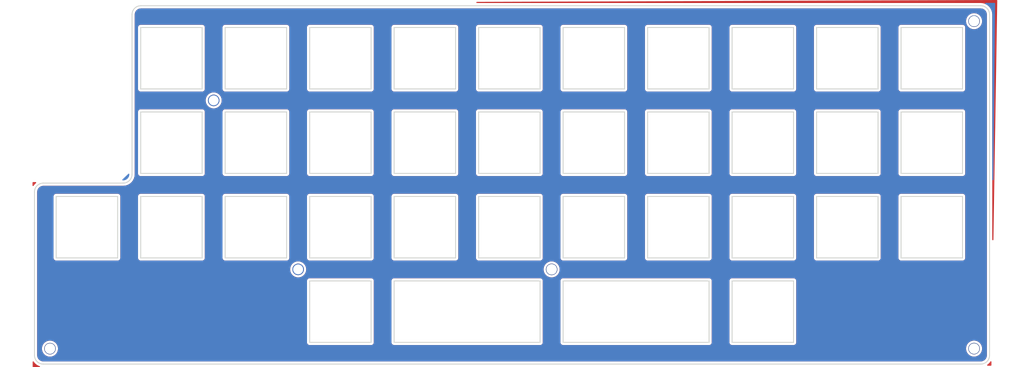
<source format=kicad_pcb>
(kicad_pcb (version 20171130) (host pcbnew "(5.1.0-0)")

  (general
    (thickness 1.6)
    (drawings 156)
    (tracks 0)
    (zones 0)
    (modules 6)
    (nets 1)
  )

  (page A4)
  (layers
    (0 F.Cu signal)
    (31 B.Cu signal)
    (32 B.Adhes user)
    (33 F.Adhes user)
    (34 B.Paste user)
    (35 F.Paste user)
    (36 B.SilkS user)
    (37 F.SilkS user)
    (38 B.Mask user)
    (39 F.Mask user)
    (40 Dwgs.User user)
    (41 Cmts.User user)
    (42 Eco1.User user)
    (43 Eco2.User user)
    (44 Edge.Cuts user)
    (45 Margin user)
    (46 B.CrtYd user)
    (47 F.CrtYd user)
    (48 B.Fab user)
    (49 F.Fab user)
  )

  (setup
    (last_trace_width 0.25)
    (trace_clearance 0.2)
    (zone_clearance 0.508)
    (zone_45_only no)
    (trace_min 0.2)
    (via_size 0.8)
    (via_drill 0.4)
    (via_min_size 0.4)
    (via_min_drill 0.3)
    (uvia_size 0.3)
    (uvia_drill 0.1)
    (uvias_allowed no)
    (uvia_min_size 0.2)
    (uvia_min_drill 0.1)
    (edge_width 0.15)
    (segment_width 0.2)
    (pcb_text_width 0.3)
    (pcb_text_size 1.5 1.5)
    (mod_edge_width 0.15)
    (mod_text_size 1 1)
    (mod_text_width 0.15)
    (pad_size 2.6 2.6)
    (pad_drill 2.2)
    (pad_to_mask_clearance 0.2)
    (aux_axis_origin 0 0)
    (visible_elements 7FFFFFFF)
    (pcbplotparams
      (layerselection 0x010f0_ffffffff)
      (usegerberextensions false)
      (usegerberattributes false)
      (usegerberadvancedattributes false)
      (creategerberjobfile false)
      (excludeedgelayer true)
      (linewidth 0.150000)
      (plotframeref false)
      (viasonmask false)
      (mode 1)
      (useauxorigin false)
      (hpglpennumber 1)
      (hpglpenspeed 20)
      (hpglpendiameter 15.000000)
      (psnegative false)
      (psa4output false)
      (plotreference true)
      (plotvalue true)
      (plotinvisibletext false)
      (padsonsilk false)
      (subtractmaskfromsilk false)
      (outputformat 1)
      (mirror false)
      (drillshape 0)
      (scaleselection 1)
      (outputdirectory ""))
  )

  (net 0 "")

  (net_class Default "This is the default net class."
    (clearance 0.2)
    (trace_width 0.25)
    (via_dia 0.8)
    (via_drill 0.4)
    (uvia_dia 0.3)
    (uvia_drill 0.1)
  )

  (module MountingHole:MountingHole_2.2mm_M2_Pad (layer F.Cu) (tedit 5CF9F190) (tstamp 5CF9F7C5)
    (at 89.08 100.23)
    (descr "Mounting Hole 2.2mm, M2")
    (tags "mounting hole 2.2mm m2")
    (attr virtual)
    (fp_text reference REF** (at 0 -3.2) (layer F.SilkS) hide
      (effects (font (size 1 1) (thickness 0.15)))
    )
    (fp_text value MountingHole_2.2mm_M2_Pad (at 0 3.2) (layer F.Fab)
      (effects (font (size 1 1) (thickness 0.15)))
    )
    (fp_circle (center 0 0) (end 2.45 0) (layer F.CrtYd) (width 0.05))
    (fp_circle (center 0 0) (end 2.2 0) (layer Cmts.User) (width 0.15))
    (fp_text user %R (at 0.3 0) (layer F.Fab)
      (effects (font (size 1 1) (thickness 0.15)))
    )
    (pad 1 thru_hole circle (at 0 0) (size 2.6 2.6) (drill 2.2) (layers *.Cu *.Mask))
  )

  (module MountingHole:MountingHole_2.2mm_M2_Pad (layer F.Cu) (tedit 5CF9F0E2) (tstamp 5CF9F6D3)
    (at 70.03 62.13)
    (descr "Mounting Hole 2.2mm, M2")
    (tags "mounting hole 2.2mm m2")
    (attr virtual)
    (fp_text reference REF** (at 0 -3.2) (layer F.SilkS) hide
      (effects (font (size 1 1) (thickness 0.15)))
    )
    (fp_text value MountingHole_2.2mm_M2_Pad (at 0 3.2) (layer F.Fab)
      (effects (font (size 1 1) (thickness 0.15)))
    )
    (fp_circle (center 0 0) (end 2.45 0) (layer F.CrtYd) (width 0.05))
    (fp_circle (center 0 0) (end 2.2 0) (layer Cmts.User) (width 0.15))
    (fp_text user %R (at 0.3 0) (layer F.Fab)
      (effects (font (size 1 1) (thickness 0.15)))
    )
    (pad 1 thru_hole circle (at 0 0) (size 2.6 2.6) (drill 2.2) (layers *.Cu *.Mask))
  )

  (module MountingHole:MountingHole_2.2mm_M2_Pad (layer F.Cu) (tedit 5C92719F) (tstamp 5C927400)
    (at 241.48 118.09)
    (descr "Mounting Hole 2.2mm, M2")
    (tags "mounting hole 2.2mm m2")
    (attr virtual)
    (fp_text reference "" (at 0 -3.2) (layer F.SilkS)
      (effects (font (size 1 1) (thickness 0.15)))
    )
    (fp_text value MountingHole_2.2mm_M2_Pad (at 0 3.2) (layer F.Fab)
      (effects (font (size 1 1) (thickness 0.15)))
    )
    (fp_circle (center 0 0) (end 2.45 0) (layer F.CrtYd) (width 0.05))
    (fp_circle (center 0 0) (end 2.2 0) (layer Cmts.User) (width 0.15))
    (fp_text user %R (at 0.3 0) (layer F.Fab)
      (effects (font (size 1 1) (thickness 0.15)))
    )
    (pad 1 thru_hole circle (at 0 0) (size 2.6 2.6) (drill 2.2) (layers *.Cu *.Mask))
  )

  (module MountingHole:MountingHole_2.2mm_M2_Pad (layer F.Cu) (tedit 5C9271A9) (tstamp 5C927477)
    (at 241.48 44.27)
    (descr "Mounting Hole 2.2mm, M2")
    (tags "mounting hole 2.2mm m2")
    (attr virtual)
    (fp_text reference "" (at 0 -3.2) (layer F.SilkS)
      (effects (font (size 1 1) (thickness 0.15)))
    )
    (fp_text value MountingHole_2.2mm_M2_Pad (at 0 3.2) (layer F.Fab)
      (effects (font (size 1 1) (thickness 0.15)))
    )
    (fp_circle (center 0 0) (end 2.45 0) (layer F.CrtYd) (width 0.05))
    (fp_circle (center 0 0) (end 2.2 0) (layer Cmts.User) (width 0.15))
    (fp_text user %R (at 0.3 0) (layer F.Fab)
      (effects (font (size 1 1) (thickness 0.15)))
    )
    (pad 1 thru_hole circle (at 0 0) (size 2.6 2.6) (drill 2.2) (layers *.Cu *.Mask))
  )

  (module MountingHole:MountingHole_2.2mm_M2_Pad (layer F.Cu) (tedit 5C9271A4) (tstamp 5C9274CF)
    (at 146.23 100.23)
    (descr "Mounting Hole 2.2mm, M2")
    (tags "mounting hole 2.2mm m2")
    (attr virtual)
    (fp_text reference "" (at 0 -3.2) (layer F.SilkS)
      (effects (font (size 1 1) (thickness 0.15)))
    )
    (fp_text value MountingHole_2.2mm_M2_Pad (at 0 3.2) (layer F.Fab)
      (effects (font (size 1 1) (thickness 0.15)))
    )
    (fp_circle (center 0 0) (end 2.45 0) (layer F.CrtYd) (width 0.05))
    (fp_circle (center 0 0) (end 2.2 0) (layer Cmts.User) (width 0.15))
    (fp_text user %R (at 0.3 0) (layer F.Fab)
      (effects (font (size 1 1) (thickness 0.15)))
    )
    (pad 1 thru_hole circle (at 0 0) (size 2.6 2.6) (drill 2.2) (layers *.Cu *.Mask))
  )

  (module MountingHole:MountingHole_2.2mm_M2_Pad (layer F.Cu) (tedit 5C92719A) (tstamp 5C9274F9)
    (at 33.12 118.1)
    (descr "Mounting Hole 2.2mm, M2")
    (tags "mounting hole 2.2mm m2")
    (attr virtual)
    (fp_text reference "" (at 0 -3.2) (layer F.SilkS)
      (effects (font (size 1 1) (thickness 0.15)))
    )
    (fp_text value MountingHole_2.2mm_M2_Pad (at 0 3.2) (layer F.Fab)
      (effects (font (size 1 1) (thickness 0.15)))
    )
    (fp_circle (center 0 0) (end 2.45 0) (layer F.CrtYd) (width 0.05))
    (fp_circle (center 0 0) (end 2.2 0) (layer Cmts.User) (width 0.15))
    (fp_text user %R (at 0.3 0) (layer F.Fab)
      (effects (font (size 1 1) (thickness 0.15)))
    )
    (pad 1 thru_hole circle (at 0 0) (size 2.6 2.6) (drill 2.2) (layers *.Cu *.Mask))
  )

  (gr_circle (center 241.479951 44.272569) (end 242.579951 44.272569) (layer Edge.Cuts) (width 0.2))
  (gr_line (start 67.42875 78.5815) (end 53.57875 78.5815) (layer Edge.Cuts) (width 0.2))
  (gr_circle (center 33.119529 118.091823) (end 34.219529 118.091823) (layer Edge.Cuts) (width 0.2))
  (gr_line (start 53.57875 78.5815) (end 53.57875 64.7315) (layer Edge.Cuts) (width 0.2))
  (gr_line (start 67.42875 97.6315) (end 67.42875 83.7815) (layer Edge.Cuts) (width 0.2))
  (gr_line (start 53.57875 83.7815) (end 53.57875 97.6315) (layer Edge.Cuts) (width 0.2))
  (gr_circle (center 241.48039 118.091746) (end 242.58039 118.091746) (layer Edge.Cuts) (width 0.2))
  (gr_line (start 48.37875 83.7815) (end 48.37875 97.6315) (layer Edge.Cuts) (width 0.2))
  (gr_line (start 53.57875 97.6315) (end 67.42875 97.6315) (layer Edge.Cuts) (width 0.2))
  (gr_circle (center 146.229551 100.231877) (end 147.329551 100.231877) (layer Edge.Cuts) (width 0.2))
  (gr_line (start 53.57875 64.7315) (end 67.42875 64.7315) (layer Edge.Cuts) (width 0.2))
  (gr_line (start 34.52875 83.7815) (end 48.37875 83.7815) (layer Edge.Cuts) (width 0.2))
  (gr_line (start 72.62875 97.6315) (end 72.62875 83.7815) (layer Edge.Cuts) (width 0.2))
  (gr_line (start 67.42875 64.7315) (end 67.42875 78.5815) (layer Edge.Cuts) (width 0.2))
  (gr_line (start 48.37875 97.6315) (end 34.52875 97.6315) (layer Edge.Cuts) (width 0.2))
  (gr_line (start 67.42875 83.7815) (end 53.57875 83.7815) (layer Edge.Cuts) (width 0.2))
  (gr_line (start 34.52875 97.6315) (end 34.52875 83.7815) (layer Edge.Cuts) (width 0.2))
  (gr_line (start 86.47875 83.7815) (end 86.47875 97.6315) (layer Edge.Cuts) (width 0.2))
  (gr_line (start 86.47875 97.6315) (end 72.62875 97.6315) (layer Edge.Cuts) (width 0.2))
  (gr_line (start 72.62875 78.5815) (end 86.47875 78.5815) (layer Edge.Cuts) (width 0.2))
  (gr_line (start 105.52875 78.5815) (end 105.52875 64.7315) (layer Edge.Cuts) (width 0.2))
  (gr_line (start 91.67875 78.5815) (end 105.52875 78.5815) (layer Edge.Cuts) (width 0.2))
  (gr_line (start 72.62875 64.7315) (end 72.62875 78.5815) (layer Edge.Cuts) (width 0.2))
  (gr_line (start 110.72875 78.5815) (end 124.57875 78.5815) (layer Edge.Cuts) (width 0.2))
  (gr_line (start 143.62875 78.5815) (end 129.77875 78.5815) (layer Edge.Cuts) (width 0.2))
  (gr_line (start 86.47875 64.7315) (end 72.62875 64.7315) (layer Edge.Cuts) (width 0.2))
  (gr_line (start 124.57875 97.6315) (end 124.57875 83.7815) (layer Edge.Cuts) (width 0.2))
  (gr_line (start 110.72875 64.7315) (end 110.72875 78.5815) (layer Edge.Cuts) (width 0.2))
  (gr_line (start 105.52875 97.6315) (end 105.52875 83.7815) (layer Edge.Cuts) (width 0.2))
  (gr_line (start 91.67875 64.7315) (end 91.67875 78.5815) (layer Edge.Cuts) (width 0.2))
  (gr_line (start 105.52875 64.7315) (end 91.67875 64.7315) (layer Edge.Cuts) (width 0.2))
  (gr_line (start 91.67875 97.6315) (end 105.52875 97.6315) (layer Edge.Cuts) (width 0.2))
  (gr_line (start 105.52875 83.7815) (end 91.67875 83.7815) (layer Edge.Cuts) (width 0.2))
  (gr_line (start 124.57875 64.7315) (end 110.72875 64.7315) (layer Edge.Cuts) (width 0.2))
  (gr_line (start 124.57875 83.7815) (end 110.72875 83.7815) (layer Edge.Cuts) (width 0.2))
  (gr_line (start 124.57875 78.5815) (end 124.57875 64.7315) (layer Edge.Cuts) (width 0.2))
  (gr_line (start 129.77875 78.5815) (end 129.77875 64.7315) (layer Edge.Cuts) (width 0.2))
  (gr_line (start 110.72875 83.7815) (end 110.72875 97.6315) (layer Edge.Cuts) (width 0.2))
  (gr_line (start 91.67875 83.7815) (end 91.67875 97.6315) (layer Edge.Cuts) (width 0.2))
  (gr_line (start 110.72875 97.6315) (end 124.57875 97.6315) (layer Edge.Cuts) (width 0.2))
  (gr_line (start 72.62875 83.7815) (end 86.47875 83.7815) (layer Edge.Cuts) (width 0.2))
  (gr_line (start 86.47875 78.5815) (end 86.47875 64.7315) (layer Edge.Cuts) (width 0.2))
  (gr_arc (start 31.62275 82.7755) (end 31.62275 80.7755) (angle -90) (layer Edge.Cuts) (width 0.2))
  (gr_line (start 49.62275 80.7755) (end 31.62275 80.7755) (layer Edge.Cuts) (width 0.2))
  (gr_arc (start 49.62275 78.7755) (end 49.62275 80.7755) (angle -90) (layer Edge.Cuts) (width 0.2))
  (gr_arc (start 53.62275 42.7755) (end 53.62275 40.7755) (angle -90) (layer Edge.Cuts) (width 0.2))
  (gr_line (start 242.97675 40.7755) (end 53.62275 40.7755) (layer Edge.Cuts) (width 0.2))
  (gr_arc (start 242.97675 42.7755) (end 244.97675 42.7755) (angle -90) (layer Edge.Cuts) (width 0.2))
  (gr_arc (start 242.97675 119.5885) (end 242.97675 121.5885) (angle -90) (layer Edge.Cuts) (width 0.2))
  (gr_line (start 31.62275 121.5885) (end 242.97675 121.5885) (layer Edge.Cuts) (width 0.2))
  (gr_line (start 244.97675 119.5885) (end 244.97675 42.7755) (layer Edge.Cuts) (width 0.2))
  (gr_line (start 51.62275 42.7755) (end 51.62275 78.7755) (layer Edge.Cuts) (width 0.2))
  (gr_line (start 29.62275 82.7755) (end 29.62275 119.5885) (layer Edge.Cuts) (width 0.2))
  (gr_line (start 124.57875 59.5315) (end 124.57875 45.6815) (layer Edge.Cuts) (width 0.2))
  (gr_line (start 67.42875 59.5315) (end 53.57875 59.5315) (layer Edge.Cuts) (width 0.2))
  (gr_line (start 105.52875 45.6815) (end 105.52875 59.5315) (layer Edge.Cuts) (width 0.2))
  (gr_line (start 129.77875 59.5315) (end 129.77875 45.6815) (layer Edge.Cuts) (width 0.2))
  (gr_line (start 143.62875 59.5315) (end 129.77875 59.5315) (layer Edge.Cuts) (width 0.2))
  (gr_line (start 53.57875 59.5315) (end 53.57875 45.6815) (layer Edge.Cuts) (width 0.2))
  (gr_line (start 110.72875 59.5315) (end 124.57875 59.5315) (layer Edge.Cuts) (width 0.2))
  (gr_line (start 67.42875 45.6815) (end 67.42875 59.5315) (layer Edge.Cuts) (width 0.2))
  (gr_line (start 53.57875 45.6815) (end 67.42875 45.6815) (layer Edge.Cuts) (width 0.2))
  (gr_line (start 91.67875 45.6815) (end 105.52875 45.6815) (layer Edge.Cuts) (width 0.2))
  (gr_line (start 86.47875 59.5315) (end 86.47875 45.6815) (layer Edge.Cuts) (width 0.2))
  (gr_line (start 148.82875 45.6815) (end 148.82875 59.5315) (layer Edge.Cuts) (width 0.2))
  (gr_line (start 124.57875 45.6815) (end 110.72875 45.6815) (layer Edge.Cuts) (width 0.2))
  (gr_line (start 86.47875 45.6815) (end 72.62875 45.6815) (layer Edge.Cuts) (width 0.2))
  (gr_line (start 91.67875 59.5315) (end 91.67875 45.6815) (layer Edge.Cuts) (width 0.2))
  (gr_line (start 72.62875 59.5315) (end 86.47875 59.5315) (layer Edge.Cuts) (width 0.2))
  (gr_line (start 72.62875 45.6815) (end 72.62875 59.5315) (layer Edge.Cuts) (width 0.2))
  (gr_line (start 162.67875 45.6815) (end 148.82875 45.6815) (layer Edge.Cuts) (width 0.2))
  (gr_line (start 143.62875 45.6815) (end 143.62875 59.5315) (layer Edge.Cuts) (width 0.2))
  (gr_line (start 129.77875 45.6815) (end 143.62875 45.6815) (layer Edge.Cuts) (width 0.2))
  (gr_line (start 105.52875 59.5315) (end 91.67875 59.5315) (layer Edge.Cuts) (width 0.2))
  (gr_arc (start 31.62275 119.5885) (end 29.62275 119.5885) (angle -90) (layer Edge.Cuts) (width 0.2))
  (gr_line (start 110.72875 45.6815) (end 110.72875 59.5315) (layer Edge.Cuts) (width 0.2))
  (gr_line (start 225.02875 78.5815) (end 225.02875 64.7315) (layer Edge.Cuts) (width 0.2))
  (gr_line (start 205.97875 78.5815) (end 219.82875 78.5815) (layer Edge.Cuts) (width 0.2))
  (gr_line (start 225.02875 45.6815) (end 238.87875 45.6815) (layer Edge.Cuts) (width 0.2))
  (gr_line (start 225.02875 64.7315) (end 238.87875 64.7315) (layer Edge.Cuts) (width 0.2))
  (gr_line (start 219.82875 64.7315) (end 205.97875 64.7315) (layer Edge.Cuts) (width 0.2))
  (gr_line (start 219.82875 59.5315) (end 219.82875 45.6815) (layer Edge.Cuts) (width 0.2))
  (gr_line (start 186.92875 78.5815) (end 200.77875 78.5815) (layer Edge.Cuts) (width 0.2))
  (gr_line (start 205.97875 59.5315) (end 219.82875 59.5315) (layer Edge.Cuts) (width 0.2))
  (gr_line (start 205.97875 64.7315) (end 205.97875 78.5815) (layer Edge.Cuts) (width 0.2))
  (gr_line (start 238.87875 78.5815) (end 225.02875 78.5815) (layer Edge.Cuts) (width 0.2))
  (gr_line (start 186.92875 64.7315) (end 186.92875 78.5815) (layer Edge.Cuts) (width 0.2))
  (gr_line (start 225.02875 97.6315) (end 225.02875 83.7815) (layer Edge.Cuts) (width 0.2))
  (gr_line (start 225.02875 83.7815) (end 238.87875 83.7815) (layer Edge.Cuts) (width 0.2))
  (gr_line (start 238.87875 97.6315) (end 225.02875 97.6315) (layer Edge.Cuts) (width 0.2))
  (gr_line (start 238.87875 83.7815) (end 238.87875 97.6315) (layer Edge.Cuts) (width 0.2))
  (gr_line (start 238.87875 59.5315) (end 225.02875 59.5315) (layer Edge.Cuts) (width 0.2))
  (gr_line (start 238.87875 64.7315) (end 238.87875 78.5815) (layer Edge.Cuts) (width 0.2))
  (gr_line (start 225.02875 59.5315) (end 225.02875 45.6815) (layer Edge.Cuts) (width 0.2))
  (gr_line (start 200.77875 64.7315) (end 186.92875 64.7315) (layer Edge.Cuts) (width 0.2))
  (gr_line (start 238.87875 45.6815) (end 238.87875 59.5315) (layer Edge.Cuts) (width 0.2))
  (gr_line (start 219.82875 78.5815) (end 219.82875 64.7315) (layer Edge.Cuts) (width 0.2))
  (gr_line (start 200.77875 78.5815) (end 200.77875 64.7315) (layer Edge.Cuts) (width 0.2))
  (gr_line (start 205.97875 45.6815) (end 205.97875 59.5315) (layer Edge.Cuts) (width 0.2))
  (gr_line (start 181.72875 83.7815) (end 181.72875 97.6315) (layer Edge.Cuts) (width 0.2))
  (gr_line (start 167.87875 97.6315) (end 167.87875 83.7815) (layer Edge.Cuts) (width 0.2))
  (gr_line (start 205.97875 83.7815) (end 205.97875 97.6315) (layer Edge.Cuts) (width 0.2))
  (gr_line (start 200.77875 83.7815) (end 200.77875 97.6315) (layer Edge.Cuts) (width 0.2))
  (gr_line (start 219.82875 83.7815) (end 205.97875 83.7815) (layer Edge.Cuts) (width 0.2))
  (gr_line (start 167.87875 83.7815) (end 181.72875 83.7815) (layer Edge.Cuts) (width 0.2))
  (gr_line (start 186.92875 97.6315) (end 186.92875 83.7815) (layer Edge.Cuts) (width 0.2))
  (gr_line (start 200.77875 102.8315) (end 200.77875 116.6815) (layer Edge.Cuts) (width 0.2))
  (gr_line (start 186.92875 83.7815) (end 200.77875 83.7815) (layer Edge.Cuts) (width 0.2))
  (gr_line (start 186.92875 102.8315) (end 200.77875 102.8315) (layer Edge.Cuts) (width 0.2))
  (gr_line (start 181.72875 116.6815) (end 181.72875 102.8315) (layer Edge.Cuts) (width 0.2))
  (gr_line (start 200.77875 97.6315) (end 186.92875 97.6315) (layer Edge.Cuts) (width 0.2))
  (gr_line (start 181.72875 78.5815) (end 167.87875 78.5815) (layer Edge.Cuts) (width 0.2))
  (gr_line (start 219.82875 97.6315) (end 219.82875 83.7815) (layer Edge.Cuts) (width 0.2))
  (gr_line (start 148.82875 116.6815) (end 181.72875 116.6815) (layer Edge.Cuts) (width 0.2))
  (gr_line (start 186.92875 116.6815) (end 186.92875 102.8315) (layer Edge.Cuts) (width 0.2))
  (gr_line (start 181.72875 64.7315) (end 181.72875 78.5815) (layer Edge.Cuts) (width 0.2))
  (gr_line (start 205.97875 97.6315) (end 219.82875 97.6315) (layer Edge.Cuts) (width 0.2))
  (gr_line (start 200.77875 116.6815) (end 186.92875 116.6815) (layer Edge.Cuts) (width 0.2))
  (gr_line (start 181.72875 97.6315) (end 167.87875 97.6315) (layer Edge.Cuts) (width 0.2))
  (gr_line (start 167.87875 78.5815) (end 167.87875 64.7315) (layer Edge.Cuts) (width 0.2))
  (gr_line (start 167.87875 64.7315) (end 181.72875 64.7315) (layer Edge.Cuts) (width 0.2))
  (gr_line (start 181.72875 102.8315) (end 148.82875 102.8315) (layer Edge.Cuts) (width 0.2))
  (gr_line (start 129.77875 64.7315) (end 143.62875 64.7315) (layer Edge.Cuts) (width 0.2))
  (gr_line (start 129.77875 97.6315) (end 129.77875 83.7815) (layer Edge.Cuts) (width 0.2))
  (gr_line (start 148.82875 78.5815) (end 148.82875 64.7315) (layer Edge.Cuts) (width 0.2))
  (gr_line (start 129.77875 83.7815) (end 143.62875 83.7815) (layer Edge.Cuts) (width 0.2))
  (gr_line (start 105.52875 102.8315) (end 91.67875 102.8315) (layer Edge.Cuts) (width 0.2))
  (gr_line (start 148.82875 102.8315) (end 148.82875 116.6815) (layer Edge.Cuts) (width 0.2))
  (gr_line (start 162.67875 78.5815) (end 148.82875 78.5815) (layer Edge.Cuts) (width 0.2))
  (gr_line (start 105.52875 116.6815) (end 105.52875 102.8315) (layer Edge.Cuts) (width 0.2))
  (gr_line (start 148.82875 97.6315) (end 148.82875 83.7815) (layer Edge.Cuts) (width 0.2))
  (gr_line (start 110.72875 116.6815) (end 110.72875 102.8315) (layer Edge.Cuts) (width 0.2))
  (gr_line (start 162.67875 64.7315) (end 162.67875 78.5815) (layer Edge.Cuts) (width 0.2))
  (gr_line (start 148.82875 64.7315) (end 162.67875 64.7315) (layer Edge.Cuts) (width 0.2))
  (gr_line (start 91.67875 102.8315) (end 91.67875 116.6815) (layer Edge.Cuts) (width 0.2))
  (gr_line (start 91.67875 116.6815) (end 105.52875 116.6815) (layer Edge.Cuts) (width 0.2))
  (gr_line (start 143.62875 97.6315) (end 129.77875 97.6315) (layer Edge.Cuts) (width 0.2))
  (gr_line (start 143.62875 83.7815) (end 143.62875 97.6315) (layer Edge.Cuts) (width 0.2))
  (gr_line (start 143.62875 116.6815) (end 110.72875 116.6815) (layer Edge.Cuts) (width 0.2))
  (gr_line (start 110.72875 102.8315) (end 143.62875 102.8315) (layer Edge.Cuts) (width 0.2))
  (gr_line (start 162.67875 83.7815) (end 162.67875 97.6315) (layer Edge.Cuts) (width 0.2))
  (gr_line (start 143.62875 102.8315) (end 143.62875 116.6815) (layer Edge.Cuts) (width 0.2))
  (gr_line (start 162.67875 97.6315) (end 148.82875 97.6315) (layer Edge.Cuts) (width 0.2))
  (gr_line (start 148.82875 83.7815) (end 162.67875 83.7815) (layer Edge.Cuts) (width 0.2))
  (gr_line (start 143.62875 64.7315) (end 143.62875 78.5815) (layer Edge.Cuts) (width 0.2))
  (gr_line (start 167.87875 45.6815) (end 167.87875 59.5315) (layer Edge.Cuts) (width 0.2))
  (gr_line (start 219.82875 45.6815) (end 205.97875 45.6815) (layer Edge.Cuts) (width 0.2))
  (gr_line (start 186.92875 59.5315) (end 200.77875 59.5315) (layer Edge.Cuts) (width 0.2))
  (gr_line (start 200.77875 59.5315) (end 200.77875 45.6815) (layer Edge.Cuts) (width 0.2))
  (gr_line (start 186.92875 45.6815) (end 186.92875 59.5315) (layer Edge.Cuts) (width 0.2))
  (gr_line (start 200.77875 45.6815) (end 186.92875 45.6815) (layer Edge.Cuts) (width 0.2))
  (gr_line (start 181.72875 59.5315) (end 181.72875 45.6815) (layer Edge.Cuts) (width 0.2))
  (gr_line (start 181.72875 45.6815) (end 167.87875 45.6815) (layer Edge.Cuts) (width 0.2))
  (gr_line (start 167.87875 59.5315) (end 181.72875 59.5315) (layer Edge.Cuts) (width 0.2))
  (gr_line (start 162.67875 59.5315) (end 162.67875 45.6815) (layer Edge.Cuts) (width 0.2))
  (gr_line (start 148.82875 59.5315) (end 162.67875 59.5315) (layer Edge.Cuts) (width 0.2))

  (zone (net 0) (net_name "") (layers F&B.Cu) (tstamp 0) (hatch edge 0.508)
    (connect_pads (clearance 0.508))
    (min_thickness 0.254)
    (keepout (tracks not_allowed) (vias not_allowed) (copperpour not_allowed))
    (fill (arc_segments 16) (thermal_gap 0.508) (thermal_bridge_width 0.508))
    (polygon
      (pts
        (xy 225.171 45.847) (xy 238.76 45.847) (xy 238.76 59.436) (xy 225.298 59.436) (xy 225.298 59.309)
        (xy 225.171 59.436)
      )
    )
  )
  (zone (net 0) (net_name "") (layers F&B.Cu) (tstamp 0) (hatch edge 0.508)
    (connect_pads (clearance 0.508))
    (min_thickness 0.254)
    (keepout (tracks not_allowed) (vias not_allowed) (copperpour not_allowed))
    (fill (arc_segments 16) (thermal_gap 0.508) (thermal_bridge_width 0.508))
    (polygon
      (pts
        (xy 225.171 64.897) (xy 238.76 64.897) (xy 238.633 78.359) (xy 225.171 78.359)
      )
    )
  )
  (zone (net 0) (net_name "") (layers F&B.Cu) (tstamp 0) (hatch edge 0.508)
    (connect_pads (clearance 0.508))
    (min_thickness 0.254)
    (keepout (tracks not_allowed) (vias not_allowed) (copperpour not_allowed))
    (fill (arc_segments 16) (thermal_gap 0.508) (thermal_bridge_width 0.508))
    (polygon
      (pts
        (xy 225.171 83.947) (xy 238.76 83.947) (xy 238.76 97.536) (xy 225.171 97.536)
      )
    )
  )
  (zone (net 0) (net_name "") (layers F&B.Cu) (tstamp 0) (hatch edge 0.508)
    (connect_pads (clearance 0.508))
    (min_thickness 0.254)
    (keepout (tracks not_allowed) (vias not_allowed) (copperpour not_allowed))
    (fill (arc_segments 16) (thermal_gap 0.508) (thermal_bridge_width 0.508))
    (polygon
      (pts
        (xy 206.121 45.72) (xy 219.71 45.72) (xy 219.71 59.436) (xy 206.121 59.436)
      )
    )
  )
  (zone (net 0) (net_name "") (layers F&B.Cu) (tstamp 0) (hatch edge 0.508)
    (connect_pads (clearance 0.508))
    (min_thickness 0.254)
    (keepout (tracks not_allowed) (vias not_allowed) (copperpour not_allowed))
    (fill (arc_segments 16) (thermal_gap 0.508) (thermal_bridge_width 0.508))
    (polygon
      (pts
        (xy 187.071 45.72) (xy 200.66 45.72) (xy 200.533 59.309) (xy 187.071 59.309)
      )
    )
  )
  (zone (net 0) (net_name "") (layers F&B.Cu) (tstamp 0) (hatch edge 0.508)
    (connect_pads (clearance 0.508))
    (min_thickness 0.254)
    (keepout (tracks not_allowed) (vias not_allowed) (copperpour not_allowed))
    (fill (arc_segments 16) (thermal_gap 0.508) (thermal_bridge_width 0.508))
    (polygon
      (pts
        (xy 206.121 64.77) (xy 219.71 64.77) (xy 219.71 78.359) (xy 206.121 78.359)
      )
    )
  )
  (zone (net 0) (net_name "") (layers F&B.Cu) (tstamp 0) (hatch edge 0.508)
    (connect_pads (clearance 0.508))
    (min_thickness 0.254)
    (keepout (tracks not_allowed) (vias not_allowed) (copperpour not_allowed))
    (fill (arc_segments 16) (thermal_gap 0.508) (thermal_bridge_width 0.508))
    (polygon
      (pts
        (xy 206.121 83.947) (xy 219.71 83.947) (xy 219.583 97.536) (xy 206.121 97.536)
      )
    )
  )
  (zone (net 0) (net_name "") (layers F&B.Cu) (tstamp 0) (hatch edge 0.508)
    (connect_pads (clearance 0.508))
    (min_thickness 0.254)
    (keepout (tracks not_allowed) (vias not_allowed) (copperpour not_allowed))
    (fill (arc_segments 16) (thermal_gap 0.508) (thermal_bridge_width 0.508))
    (polygon
      (pts
        (xy 187.071 64.897) (xy 200.66 64.897) (xy 200.66 78.486) (xy 187.071 78.486)
      )
    )
  )
  (zone (net 0) (net_name "") (layers F&B.Cu) (tstamp 0) (hatch edge 0.508)
    (connect_pads (clearance 0.508))
    (min_thickness 0.254)
    (keepout (tracks not_allowed) (vias not_allowed) (copperpour not_allowed))
    (fill (arc_segments 16) (thermal_gap 0.508) (thermal_bridge_width 0.508))
    (polygon
      (pts
        (xy 187.071 83.947) (xy 200.66 83.947) (xy 200.66 97.536) (xy 187.071 97.536)
      )
    )
  )
  (zone (net 0) (net_name "") (layers F&B.Cu) (tstamp 0) (hatch edge 0.508)
    (connect_pads (clearance 0.508))
    (min_thickness 0.254)
    (keepout (tracks not_allowed) (vias not_allowed) (copperpour not_allowed))
    (fill (arc_segments 16) (thermal_gap 0.508) (thermal_bridge_width 0.508))
    (polygon
      (pts
        (xy 187.071 102.997) (xy 200.66 102.87) (xy 200.66 116.586) (xy 187.071 116.586)
      )
    )
  )
  (zone (net 0) (net_name "") (layers F&B.Cu) (tstamp 0) (hatch edge 0.508)
    (connect_pads (clearance 0.508))
    (min_thickness 0.254)
    (keepout (tracks not_allowed) (vias not_allowed) (copperpour not_allowed))
    (fill (arc_segments 16) (thermal_gap 0.508) (thermal_bridge_width 0.508))
    (polygon
      (pts
        (xy 168.021 45.847) (xy 181.61 45.847) (xy 181.61 59.436) (xy 168.021 59.436)
      )
    )
  )
  (zone (net 0) (net_name "") (layers F&B.Cu) (tstamp 0) (hatch edge 0.508)
    (connect_pads (clearance 0.508))
    (min_thickness 0.254)
    (keepout (tracks not_allowed) (vias not_allowed) (copperpour not_allowed))
    (fill (arc_segments 16) (thermal_gap 0.508) (thermal_bridge_width 0.508))
    (polygon
      (pts
        (xy 168.021 64.77) (xy 181.61 64.77) (xy 181.61 78.359) (xy 168.021 78.486)
      )
    )
  )
  (zone (net 0) (net_name "") (layers F&B.Cu) (tstamp 0) (hatch edge 0.508)
    (connect_pads (clearance 0.508))
    (min_thickness 0.254)
    (keepout (tracks not_allowed) (vias not_allowed) (copperpour not_allowed))
    (fill (arc_segments 16) (thermal_gap 0.508) (thermal_bridge_width 0.508))
    (polygon
      (pts
        (xy 168.021 83.947) (xy 181.61 83.947) (xy 181.61 97.536) (xy 168.021 97.536)
      )
    )
  )
  (zone (net 0) (net_name "") (layers F&B.Cu) (tstamp 0) (hatch edge 0.508)
    (connect_pads (clearance 0.508))
    (min_thickness 0.254)
    (keepout (tracks not_allowed) (vias not_allowed) (copperpour not_allowed))
    (fill (arc_segments 16) (thermal_gap 0.508) (thermal_bridge_width 0.508))
    (polygon
      (pts
        (xy 148.971 102.997) (xy 181.61 102.997) (xy 181.483 116.459) (xy 148.844 116.459)
      )
    )
  )
  (zone (net 0) (net_name "") (layers F&B.Cu) (tstamp 0) (hatch edge 0.508)
    (connect_pads (clearance 0.508))
    (min_thickness 0.254)
    (keepout (tracks not_allowed) (vias not_allowed) (copperpour not_allowed))
    (fill (arc_segments 16) (thermal_gap 0.508) (thermal_bridge_width 0.508))
    (polygon
      (pts
        (xy 110.871 102.997) (xy 143.51 102.997) (xy 143.51 116.586) (xy 110.871 116.586)
      )
    )
  )
  (zone (net 0) (net_name "") (layers F&B.Cu) (tstamp 0) (hatch edge 0.508)
    (connect_pads (clearance 0.508))
    (min_thickness 0.254)
    (keepout (tracks not_allowed) (vias not_allowed) (copperpour not_allowed))
    (fill (arc_segments 16) (thermal_gap 0.508) (thermal_bridge_width 0.508))
    (polygon
      (pts
        (xy 91.821 102.87) (xy 105.41 102.87) (xy 105.41 116.459) (xy 91.948 116.586)
      )
    )
  )
  (zone (net 0) (net_name "") (layers F&B.Cu) (tstamp 0) (hatch edge 0.508)
    (connect_pads (clearance 0.508))
    (min_thickness 0.254)
    (keepout (tracks not_allowed) (vias not_allowed) (copperpour not_allowed))
    (fill (arc_segments 16) (thermal_gap 0.508) (thermal_bridge_width 0.508))
    (polygon
      (pts
        (xy 148.971 45.847) (xy 162.56 45.847) (xy 162.56 59.436) (xy 148.971 59.309)
      )
    )
  )
  (zone (net 0) (net_name "") (layers F&B.Cu) (tstamp 0) (hatch edge 0.508)
    (connect_pads (clearance 0.508))
    (min_thickness 0.254)
    (keepout (tracks not_allowed) (vias not_allowed) (copperpour not_allowed))
    (fill (arc_segments 16) (thermal_gap 0.508) (thermal_bridge_width 0.508))
    (polygon
      (pts
        (xy 129.921 45.847) (xy 143.51 45.847) (xy 143.51 59.436) (xy 129.921 59.436)
      )
    )
  )
  (zone (net 0) (net_name "") (layers F&B.Cu) (tstamp 0) (hatch edge 0.508)
    (connect_pads (clearance 0.508))
    (min_thickness 0.254)
    (keepout (tracks not_allowed) (vias not_allowed) (copperpour not_allowed))
    (fill (arc_segments 16) (thermal_gap 0.508) (thermal_bridge_width 0.508))
    (polygon
      (pts
        (xy 148.971 64.897) (xy 162.56 64.897) (xy 162.56 78.486) (xy 148.971 78.486)
      )
    )
  )
  (zone (net 0) (net_name "") (layers F&B.Cu) (tstamp 0) (hatch edge 0.508)
    (connect_pads (clearance 0.508))
    (min_thickness 0.254)
    (keepout (tracks not_allowed) (vias not_allowed) (copperpour not_allowed))
    (fill (arc_segments 16) (thermal_gap 0.508) (thermal_bridge_width 0.508))
    (polygon
      (pts
        (xy 148.971 83.947) (xy 162.56 83.947) (xy 162.56 97.536) (xy 148.971 97.536)
      )
    )
  )
  (zone (net 0) (net_name "") (layers F&B.Cu) (tstamp 0) (hatch edge 0.508)
    (connect_pads (clearance 0.508))
    (min_thickness 0.254)
    (keepout (tracks not_allowed) (vias not_allowed) (copperpour not_allowed))
    (fill (arc_segments 16) (thermal_gap 0.508) (thermal_bridge_width 0.508))
    (polygon
      (pts
        (xy 129.921 64.897) (xy 143.51 64.897) (xy 143.51 78.486) (xy 129.921 78.486)
      )
    )
  )
  (zone (net 0) (net_name "") (layers F&B.Cu) (tstamp 0) (hatch edge 0.508)
    (connect_pads (clearance 0.508))
    (min_thickness 0.254)
    (keepout (tracks not_allowed) (vias not_allowed) (copperpour not_allowed))
    (fill (arc_segments 16) (thermal_gap 0.508) (thermal_bridge_width 0.508))
    (polygon
      (pts
        (xy 129.921 83.947) (xy 143.51 83.947) (xy 143.51 97.536) (xy 129.921 97.409)
      )
    )
  )
  (zone (net 0) (net_name "") (layers F&B.Cu) (tstamp 0) (hatch edge 0.508)
    (connect_pads (clearance 0.508))
    (min_thickness 0.254)
    (keepout (tracks not_allowed) (vias not_allowed) (copperpour not_allowed))
    (fill (arc_segments 16) (thermal_gap 0.508) (thermal_bridge_width 0.508))
    (polygon
      (pts
        (xy 110.871 45.847) (xy 124.46 45.847) (xy 124.46 59.436) (xy 110.871 59.436)
      )
    )
  )
  (zone (net 0) (net_name "") (layers F&B.Cu) (tstamp 0) (hatch edge 0.508)
    (connect_pads (clearance 0.508))
    (min_thickness 0.254)
    (keepout (tracks not_allowed) (vias not_allowed) (copperpour not_allowed))
    (fill (arc_segments 16) (thermal_gap 0.508) (thermal_bridge_width 0.508))
    (polygon
      (pts
        (xy 110.871 64.897) (xy 124.46 64.897) (xy 124.46 78.486) (xy 110.871 78.486)
      )
    )
  )
  (zone (net 0) (net_name "") (layers F&B.Cu) (tstamp 0) (hatch edge 0.508)
    (connect_pads (clearance 0.508))
    (min_thickness 0.254)
    (keepout (tracks not_allowed) (vias not_allowed) (copperpour not_allowed))
    (fill (arc_segments 16) (thermal_gap 0.508) (thermal_bridge_width 0.508))
    (polygon
      (pts
        (xy 110.871 83.947) (xy 124.46 83.947) (xy 124.46 97.536) (xy 110.871 97.536)
      )
    )
  )
  (zone (net 0) (net_name "") (layers F&B.Cu) (tstamp 0) (hatch edge 0.508)
    (connect_pads (clearance 0.508))
    (min_thickness 0.254)
    (keepout (tracks not_allowed) (vias not_allowed) (copperpour not_allowed))
    (fill (arc_segments 16) (thermal_gap 0.508) (thermal_bridge_width 0.508))
    (polygon
      (pts
        (xy 91.821 45.847) (xy 105.41 45.847) (xy 105.41 59.436) (xy 91.821 59.436)
      )
    )
  )
  (zone (net 0) (net_name "") (layers F&B.Cu) (tstamp 0) (hatch edge 0.508)
    (connect_pads (clearance 0.508))
    (min_thickness 0.254)
    (keepout (tracks not_allowed) (vias not_allowed) (copperpour not_allowed))
    (fill (arc_segments 16) (thermal_gap 0.508) (thermal_bridge_width 0.508))
    (polygon
      (pts
        (xy 91.821 64.897) (xy 105.41 64.897) (xy 105.41 78.486) (xy 91.821 78.486)
      )
    )
  )
  (zone (net 0) (net_name "") (layers F&B.Cu) (tstamp 0) (hatch edge 0.508)
    (connect_pads (clearance 0.508))
    (min_thickness 0.254)
    (keepout (tracks not_allowed) (vias not_allowed) (copperpour not_allowed))
    (fill (arc_segments 16) (thermal_gap 0.508) (thermal_bridge_width 0.508))
    (polygon
      (pts
        (xy 91.821 83.947) (xy 105.41 83.947) (xy 105.41 97.536) (xy 91.821 97.536)
      )
    )
  )
  (zone (net 0) (net_name "") (layers F&B.Cu) (tstamp 0) (hatch edge 0.508)
    (connect_pads (clearance 0.508))
    (min_thickness 0.254)
    (keepout (tracks not_allowed) (vias not_allowed) (copperpour not_allowed))
    (fill (arc_segments 16) (thermal_gap 0.508) (thermal_bridge_width 0.508))
    (polygon
      (pts
        (xy 72.771 45.847) (xy 86.36 45.847) (xy 86.36 59.436) (xy 72.771 59.436) (xy 72.771 59.182)
      )
    )
  )
  (zone (net 0) (net_name "") (layers F&B.Cu) (tstamp 0) (hatch edge 0.508)
    (connect_pads (clearance 0.508))
    (min_thickness 0.254)
    (keepout (tracks not_allowed) (vias not_allowed) (copperpour not_allowed))
    (fill (arc_segments 16) (thermal_gap 0.508) (thermal_bridge_width 0.508))
    (polygon
      (pts
        (xy 72.771 64.897) (xy 86.36 64.897) (xy 86.36 78.486) (xy 72.771 78.486)
      )
    )
  )
  (zone (net 0) (net_name "") (layers F&B.Cu) (tstamp 0) (hatch edge 0.508)
    (connect_pads (clearance 0.508))
    (min_thickness 0.254)
    (keepout (tracks not_allowed) (vias not_allowed) (copperpour not_allowed))
    (fill (arc_segments 16) (thermal_gap 0.508) (thermal_bridge_width 0.508))
    (polygon
      (pts
        (xy 72.771 83.947) (xy 86.36 83.947) (xy 86.36 97.536) (xy 72.771 97.536)
      )
    )
  )
  (zone (net 0) (net_name "") (layers F&B.Cu) (tstamp 0) (hatch edge 0.508)
    (connect_pads (clearance 0.508))
    (min_thickness 0.254)
    (keepout (tracks not_allowed) (vias not_allowed) (copperpour not_allowed))
    (fill (arc_segments 16) (thermal_gap 0.508) (thermal_bridge_width 0.508))
    (polygon
      (pts
        (xy 53.721 45.847) (xy 67.31 45.847) (xy 67.31 59.436) (xy 53.721 59.436)
      )
    )
  )
  (zone (net 0) (net_name "") (layers F&B.Cu) (tstamp 0) (hatch edge 0.508)
    (connect_pads (clearance 0.508))
    (min_thickness 0.254)
    (keepout (tracks not_allowed) (vias not_allowed) (copperpour not_allowed))
    (fill (arc_segments 16) (thermal_gap 0.508) (thermal_bridge_width 0.508))
    (polygon
      (pts
        (xy 53.721 64.897) (xy 67.31 64.897) (xy 67.31 78.486) (xy 53.721 78.486)
      )
    )
  )
  (zone (net 0) (net_name "") (layers F&B.Cu) (tstamp 0) (hatch edge 0.508)
    (connect_pads (clearance 0.508))
    (min_thickness 0.254)
    (keepout (tracks not_allowed) (vias not_allowed) (copperpour not_allowed))
    (fill (arc_segments 16) (thermal_gap 0.508) (thermal_bridge_width 0.508))
    (polygon
      (pts
        (xy 53.721 83.947) (xy 67.31 83.947) (xy 67.31 97.536) (xy 53.721 97.536)
      )
    )
  )
  (zone (net 0) (net_name "") (layers F&B.Cu) (tstamp 0) (hatch edge 0.508)
    (connect_pads (clearance 0.508))
    (min_thickness 0.254)
    (keepout (tracks not_allowed) (vias not_allowed) (copperpour not_allowed))
    (fill (arc_segments 16) (thermal_gap 0.508) (thermal_bridge_width 0.508))
    (polygon
      (pts
        (xy 34.671 83.947) (xy 48.26 83.947) (xy 48.133 97.409) (xy 34.671 97.536)
      )
    )
  )
  (zone (net 0) (net_name "") (layer F.Cu) (tstamp 5C9274BB) (hatch edge 0.508)
    (connect_pads (clearance 0.508))
    (min_thickness 0.254)
    (fill yes (arc_segments 16) (thermal_gap 0.508) (thermal_bridge_width 0.508))
    (polygon
      (pts
        (xy 246.64 39.49) (xy 52.83 40.19) (xy 51.19 42.01) (xy 51.18 78.9) (xy 49.62 80.39)
        (xy 29.19 80.55) (xy 29.22 122.3) (xy 245.38 121.95) (xy 246.71 39.56)
      )
    )
    (filled_polygon
      (pts
        (xy 29.355403 121.111724) (xy 29.391863 121.167441) (xy 29.398349 121.175394) (xy 29.647155 121.476148) (xy 29.694462 121.523126)
        (xy 29.741033 121.570683) (xy 29.74894 121.577225) (xy 30.051425 121.823926) (xy 30.106933 121.860805) (xy 30.161878 121.898427)
        (xy 30.170905 121.903308) (xy 30.515546 122.086558) (xy 30.577176 122.11196) (xy 30.638368 122.138187) (xy 30.648171 122.141222)
        (xy 30.745244 122.17053) (xy 29.346909 122.172794) (xy 29.346137 121.097986)
      )
    )
    (filled_polygon
      (pts
        (xy 245.255031 121.823202) (xy 244.548112 121.824347) (xy 244.555691 121.819387) (xy 244.563644 121.812901) (xy 244.864398 121.564095)
        (xy 244.911376 121.516788) (xy 244.958933 121.470217) (xy 244.965475 121.46231) (xy 245.212176 121.159825) (xy 245.249055 121.104317)
        (xy 245.26706 121.078021)
      )
    )
    (filled_polygon
      (pts
        (xy 243.221771 41.538049) (xy 243.457462 41.609208) (xy 243.674839 41.724791) (xy 243.865629 41.880395) (xy 244.022561 42.070093)
        (xy 244.139656 42.286657) (xy 244.212459 42.521844) (xy 244.241751 42.800537) (xy 244.24175 119.552553) (xy 244.214201 119.833521)
        (xy 244.143041 120.069212) (xy 244.027461 120.286588) (xy 243.871854 120.477379) (xy 243.682158 120.634311) (xy 243.465593 120.751406)
        (xy 243.230406 120.824209) (xy 242.951722 120.8535) (xy 31.658697 120.8535) (xy 31.377729 120.825951) (xy 31.142038 120.754791)
        (xy 30.924662 120.639211) (xy 30.733871 120.483604) (xy 30.576939 120.293908) (xy 30.459844 120.077343) (xy 30.387041 119.842156)
        (xy 30.35775 119.563472) (xy 30.35775 117.909419) (xy 31.185 117.909419) (xy 31.185 118.290581) (xy 31.259361 118.664419)
        (xy 31.405225 119.016566) (xy 31.616987 119.333491) (xy 31.886509 119.603013) (xy 32.203434 119.814775) (xy 32.555581 119.960639)
        (xy 32.929419 120.035) (xy 33.310581 120.035) (xy 33.684419 119.960639) (xy 34.036566 119.814775) (xy 34.353491 119.603013)
        (xy 34.623013 119.333491) (xy 34.834775 119.016566) (xy 34.980639 118.664419) (xy 35.055 118.290581) (xy 35.055 117.909419)
        (xy 35.053011 117.899419) (xy 239.545 117.899419) (xy 239.545 118.280581) (xy 239.619361 118.654419) (xy 239.765225 119.006566)
        (xy 239.976987 119.323491) (xy 240.246509 119.593013) (xy 240.563434 119.804775) (xy 240.915581 119.950639) (xy 241.289419 120.025)
        (xy 241.670581 120.025) (xy 242.044419 119.950639) (xy 242.396566 119.804775) (xy 242.713491 119.593013) (xy 242.983013 119.323491)
        (xy 243.194775 119.006566) (xy 243.340639 118.654419) (xy 243.415 118.280581) (xy 243.415 117.899419) (xy 243.340639 117.525581)
        (xy 243.194775 117.173434) (xy 242.983013 116.856509) (xy 242.713491 116.586987) (xy 242.396566 116.375225) (xy 242.044419 116.229361)
        (xy 241.670581 116.155) (xy 241.289419 116.155) (xy 240.915581 116.229361) (xy 240.563434 116.375225) (xy 240.246509 116.586987)
        (xy 239.976987 116.856509) (xy 239.765225 117.173434) (xy 239.619361 117.525581) (xy 239.545 117.899419) (xy 35.053011 117.899419)
        (xy 34.980639 117.535581) (xy 34.834775 117.183434) (xy 34.623013 116.866509) (xy 34.353491 116.596987) (xy 34.036566 116.385225)
        (xy 33.684419 116.239361) (xy 33.310581 116.165) (xy 32.929419 116.165) (xy 32.555581 116.239361) (xy 32.203434 116.385225)
        (xy 31.886509 116.596987) (xy 31.616987 116.866509) (xy 31.405225 117.183434) (xy 31.259361 117.535581) (xy 31.185 117.909419)
        (xy 30.35775 117.909419) (xy 30.35775 102.8315) (xy 90.940194 102.8315) (xy 90.94375 102.867605) (xy 90.943751 116.645385)
        (xy 90.940194 116.6815) (xy 90.954385 116.825585) (xy 90.996413 116.964133) (xy 91.064663 117.09182) (xy 91.156512 117.203738)
        (xy 91.26843 117.295587) (xy 91.396117 117.363837) (xy 91.534665 117.405865) (xy 91.642645 117.4165) (xy 91.67875 117.420056)
        (xy 91.714855 117.4165) (xy 105.492645 117.4165) (xy 105.52875 117.420056) (xy 105.564855 117.4165) (xy 105.672835 117.405865)
        (xy 105.811383 117.363837) (xy 105.93907 117.295587) (xy 106.050988 117.203738) (xy 106.142837 117.09182) (xy 106.211087 116.964133)
        (xy 106.253115 116.825585) (xy 106.267306 116.6815) (xy 106.26375 116.645395) (xy 106.26375 102.867605) (xy 106.267306 102.8315)
        (xy 109.990194 102.8315) (xy 109.993751 102.867615) (xy 109.99375 116.645395) (xy 109.990194 116.6815) (xy 110.004385 116.825585)
        (xy 110.046413 116.964133) (xy 110.114663 117.09182) (xy 110.206512 117.203738) (xy 110.31843 117.295587) (xy 110.446117 117.363837)
        (xy 110.584665 117.405865) (xy 110.72875 117.420056) (xy 110.764855 117.4165) (xy 143.592645 117.4165) (xy 143.62875 117.420056)
        (xy 143.664855 117.4165) (xy 143.772835 117.405865) (xy 143.911383 117.363837) (xy 144.03907 117.295587) (xy 144.150988 117.203738)
        (xy 144.242837 117.09182) (xy 144.311087 116.964133) (xy 144.353115 116.825585) (xy 144.367306 116.6815) (xy 144.36375 116.645395)
        (xy 144.36375 102.867605) (xy 144.367306 102.8315) (xy 148.090194 102.8315) (xy 148.09375 102.867605) (xy 148.093751 116.645385)
        (xy 148.090194 116.6815) (xy 148.104385 116.825585) (xy 148.146413 116.964133) (xy 148.214663 117.09182) (xy 148.306512 117.203738)
        (xy 148.41843 117.295587) (xy 148.546117 117.363837) (xy 148.684665 117.405865) (xy 148.792645 117.4165) (xy 148.82875 117.420056)
        (xy 148.864855 117.4165) (xy 181.692645 117.4165) (xy 181.72875 117.420056) (xy 181.764855 117.4165) (xy 181.872835 117.405865)
        (xy 182.011383 117.363837) (xy 182.13907 117.295587) (xy 182.250988 117.203738) (xy 182.342837 117.09182) (xy 182.411087 116.964133)
        (xy 182.453115 116.825585) (xy 182.467306 116.6815) (xy 182.46375 116.645395) (xy 182.46375 102.867605) (xy 182.467306 102.8315)
        (xy 186.190194 102.8315) (xy 186.193751 102.867615) (xy 186.19375 116.645395) (xy 186.190194 116.6815) (xy 186.204385 116.825585)
        (xy 186.246413 116.964133) (xy 186.314663 117.09182) (xy 186.406512 117.203738) (xy 186.51843 117.295587) (xy 186.646117 117.363837)
        (xy 186.784665 117.405865) (xy 186.92875 117.420056) (xy 186.964855 117.4165) (xy 200.742645 117.4165) (xy 200.77875 117.420056)
        (xy 200.814855 117.4165) (xy 200.922835 117.405865) (xy 201.061383 117.363837) (xy 201.18907 117.295587) (xy 201.300988 117.203738)
        (xy 201.392837 117.09182) (xy 201.461087 116.964133) (xy 201.503115 116.825585) (xy 201.517306 116.6815) (xy 201.51375 116.645395)
        (xy 201.51375 102.867605) (xy 201.517306 102.8315) (xy 201.503115 102.687415) (xy 201.461087 102.548867) (xy 201.392837 102.42118)
        (xy 201.300988 102.309262) (xy 201.18907 102.217413) (xy 201.061383 102.149163) (xy 200.922835 102.107135) (xy 200.814855 102.0965)
        (xy 200.77875 102.092944) (xy 200.742645 102.0965) (xy 186.964855 102.0965) (xy 186.92875 102.092944) (xy 186.892645 102.0965)
        (xy 186.784665 102.107135) (xy 186.646117 102.149163) (xy 186.51843 102.217413) (xy 186.406512 102.309262) (xy 186.314663 102.42118)
        (xy 186.246413 102.548867) (xy 186.204385 102.687415) (xy 186.190194 102.8315) (xy 182.467306 102.8315) (xy 182.453115 102.687415)
        (xy 182.411087 102.548867) (xy 182.342837 102.42118) (xy 182.250988 102.309262) (xy 182.13907 102.217413) (xy 182.011383 102.149163)
        (xy 181.872835 102.107135) (xy 181.764855 102.0965) (xy 181.72875 102.092944) (xy 181.692645 102.0965) (xy 148.864855 102.0965)
        (xy 148.82875 102.092944) (xy 148.792645 102.0965) (xy 148.684665 102.107135) (xy 148.546117 102.149163) (xy 148.41843 102.217413)
        (xy 148.306512 102.309262) (xy 148.214663 102.42118) (xy 148.146413 102.548867) (xy 148.104385 102.687415) (xy 148.090194 102.8315)
        (xy 144.367306 102.8315) (xy 144.353115 102.687415) (xy 144.311087 102.548867) (xy 144.242837 102.42118) (xy 144.150988 102.309262)
        (xy 144.03907 102.217413) (xy 143.911383 102.149163) (xy 143.772835 102.107135) (xy 143.664855 102.0965) (xy 143.62875 102.092944)
        (xy 143.592645 102.0965) (xy 110.764855 102.0965) (xy 110.72875 102.092944) (xy 110.692645 102.0965) (xy 110.584665 102.107135)
        (xy 110.446117 102.149163) (xy 110.31843 102.217413) (xy 110.206512 102.309262) (xy 110.114663 102.42118) (xy 110.046413 102.548867)
        (xy 110.004385 102.687415) (xy 109.990194 102.8315) (xy 106.267306 102.8315) (xy 106.253115 102.687415) (xy 106.211087 102.548867)
        (xy 106.142837 102.42118) (xy 106.050988 102.309262) (xy 105.93907 102.217413) (xy 105.811383 102.149163) (xy 105.672835 102.107135)
        (xy 105.564855 102.0965) (xy 105.52875 102.092944) (xy 105.492645 102.0965) (xy 91.714855 102.0965) (xy 91.67875 102.092944)
        (xy 91.642645 102.0965) (xy 91.534665 102.107135) (xy 91.396117 102.149163) (xy 91.26843 102.217413) (xy 91.156512 102.309262)
        (xy 91.064663 102.42118) (xy 90.996413 102.548867) (xy 90.954385 102.687415) (xy 90.940194 102.8315) (xy 30.35775 102.8315)
        (xy 30.35775 100.039419) (xy 87.145 100.039419) (xy 87.145 100.420581) (xy 87.219361 100.794419) (xy 87.365225 101.146566)
        (xy 87.576987 101.463491) (xy 87.846509 101.733013) (xy 88.163434 101.944775) (xy 88.515581 102.090639) (xy 88.889419 102.165)
        (xy 89.270581 102.165) (xy 89.644419 102.090639) (xy 89.996566 101.944775) (xy 90.313491 101.733013) (xy 90.583013 101.463491)
        (xy 90.794775 101.146566) (xy 90.940639 100.794419) (xy 91.015 100.420581) (xy 91.015 100.039419) (xy 144.295 100.039419)
        (xy 144.295 100.420581) (xy 144.369361 100.794419) (xy 144.515225 101.146566) (xy 144.726987 101.463491) (xy 144.996509 101.733013)
        (xy 145.313434 101.944775) (xy 145.665581 102.090639) (xy 146.039419 102.165) (xy 146.420581 102.165) (xy 146.794419 102.090639)
        (xy 147.146566 101.944775) (xy 147.463491 101.733013) (xy 147.733013 101.463491) (xy 147.944775 101.146566) (xy 148.090639 100.794419)
        (xy 148.165 100.420581) (xy 148.165 100.039419) (xy 148.090639 99.665581) (xy 147.944775 99.313434) (xy 147.733013 98.996509)
        (xy 147.463491 98.726987) (xy 147.146566 98.515225) (xy 146.794419 98.369361) (xy 146.420581 98.295) (xy 146.039419 98.295)
        (xy 145.665581 98.369361) (xy 145.313434 98.515225) (xy 144.996509 98.726987) (xy 144.726987 98.996509) (xy 144.515225 99.313434)
        (xy 144.369361 99.665581) (xy 144.295 100.039419) (xy 91.015 100.039419) (xy 90.940639 99.665581) (xy 90.794775 99.313434)
        (xy 90.583013 98.996509) (xy 90.313491 98.726987) (xy 89.996566 98.515225) (xy 89.644419 98.369361) (xy 89.270581 98.295)
        (xy 88.889419 98.295) (xy 88.515581 98.369361) (xy 88.163434 98.515225) (xy 87.846509 98.726987) (xy 87.576987 98.996509)
        (xy 87.365225 99.313434) (xy 87.219361 99.665581) (xy 87.145 100.039419) (xy 30.35775 100.039419) (xy 30.35775 83.7815)
        (xy 33.790194 83.7815) (xy 33.793751 83.817615) (xy 33.79375 97.595395) (xy 33.790194 97.6315) (xy 33.804385 97.775585)
        (xy 33.846413 97.914133) (xy 33.914663 98.04182) (xy 34.006512 98.153738) (xy 34.11843 98.245587) (xy 34.246117 98.313837)
        (xy 34.384665 98.355865) (xy 34.52875 98.370056) (xy 34.564855 98.3665) (xy 48.342645 98.3665) (xy 48.37875 98.370056)
        (xy 48.414855 98.3665) (xy 48.522835 98.355865) (xy 48.661383 98.313837) (xy 48.78907 98.245587) (xy 48.900988 98.153738)
        (xy 48.992837 98.04182) (xy 49.061087 97.914133) (xy 49.103115 97.775585) (xy 49.117306 97.6315) (xy 49.11375 97.595395)
        (xy 49.11375 83.817605) (xy 49.117306 83.7815) (xy 52.840194 83.7815) (xy 52.84375 83.817605) (xy 52.843751 97.595385)
        (xy 52.840194 97.6315) (xy 52.854385 97.775585) (xy 52.896413 97.914133) (xy 52.964663 98.04182) (xy 53.056512 98.153738)
        (xy 53.16843 98.245587) (xy 53.296117 98.313837) (xy 53.434665 98.355865) (xy 53.542645 98.3665) (xy 53.57875 98.370056)
        (xy 53.614855 98.3665) (xy 67.392645 98.3665) (xy 67.42875 98.370056) (xy 67.464855 98.3665) (xy 67.572835 98.355865)
        (xy 67.711383 98.313837) (xy 67.83907 98.245587) (xy 67.950988 98.153738) (xy 68.042837 98.04182) (xy 68.111087 97.914133)
        (xy 68.153115 97.775585) (xy 68.167306 97.6315) (xy 68.16375 97.595395) (xy 68.16375 83.817605) (xy 68.167306 83.7815)
        (xy 71.890194 83.7815) (xy 71.893751 83.817615) (xy 71.89375 97.595395) (xy 71.890194 97.6315) (xy 71.904385 97.775585)
        (xy 71.946413 97.914133) (xy 72.014663 98.04182) (xy 72.106512 98.153738) (xy 72.21843 98.245587) (xy 72.346117 98.313837)
        (xy 72.484665 98.355865) (xy 72.62875 98.370056) (xy 72.664855 98.3665) (xy 86.442645 98.3665) (xy 86.47875 98.370056)
        (xy 86.514855 98.3665) (xy 86.622835 98.355865) (xy 86.761383 98.313837) (xy 86.88907 98.245587) (xy 87.000988 98.153738)
        (xy 87.092837 98.04182) (xy 87.161087 97.914133) (xy 87.203115 97.775585) (xy 87.217306 97.6315) (xy 87.21375 97.595395)
        (xy 87.21375 83.817605) (xy 87.217306 83.7815) (xy 90.940194 83.7815) (xy 90.94375 83.817605) (xy 90.943751 97.595385)
        (xy 90.940194 97.6315) (xy 90.954385 97.775585) (xy 90.996413 97.914133) (xy 91.064663 98.04182) (xy 91.156512 98.153738)
        (xy 91.26843 98.245587) (xy 91.396117 98.313837) (xy 91.534665 98.355865) (xy 91.642645 98.3665) (xy 91.67875 98.370056)
        (xy 91.714855 98.3665) (xy 105.492645 98.3665) (xy 105.52875 98.370056) (xy 105.564855 98.3665) (xy 105.672835 98.355865)
        (xy 105.811383 98.313837) (xy 105.93907 98.245587) (xy 106.050988 98.153738) (xy 106.142837 98.04182) (xy 106.211087 97.914133)
        (xy 106.253115 97.775585) (xy 106.267306 97.6315) (xy 106.26375 97.595395) (xy 106.26375 83.817605) (xy 106.267306 83.7815)
        (xy 109.990194 83.7815) (xy 109.99375 83.817605) (xy 109.993751 97.595385) (xy 109.990194 97.6315) (xy 110.004385 97.775585)
        (xy 110.046413 97.914133) (xy 110.114663 98.04182) (xy 110.206512 98.153738) (xy 110.31843 98.245587) (xy 110.446117 98.313837)
        (xy 110.584665 98.355865) (xy 110.692645 98.3665) (xy 110.72875 98.370056) (xy 110.764855 98.3665) (xy 124.542645 98.3665)
        (xy 124.57875 98.370056) (xy 124.614855 98.3665) (xy 124.722835 98.355865) (xy 124.861383 98.313837) (xy 124.98907 98.245587)
        (xy 125.100988 98.153738) (xy 125.192837 98.04182) (xy 125.261087 97.914133) (xy 125.303115 97.775585) (xy 125.317306 97.6315)
        (xy 125.31375 97.595395) (xy 125.31375 83.817605) (xy 125.317306 83.7815) (xy 129.040194 83.7815) (xy 129.043751 83.817615)
        (xy 129.04375 97.595395) (xy 129.040194 97.6315) (xy 129.054385 97.775585) (xy 129.096413 97.914133) (xy 129.164663 98.04182)
        (xy 129.256512 98.153738) (xy 129.36843 98.245587) (xy 129.496117 98.313837) (xy 129.634665 98.355865) (xy 129.77875 98.370056)
        (xy 129.814855 98.3665) (xy 143.592645 98.3665) (xy 143.62875 98.370056) (xy 143.664855 98.3665) (xy 143.772835 98.355865)
        (xy 143.911383 98.313837) (xy 144.03907 98.245587) (xy 144.150988 98.153738) (xy 144.242837 98.04182) (xy 144.311087 97.914133)
        (xy 144.353115 97.775585) (xy 144.367306 97.6315) (xy 144.36375 97.595395) (xy 144.36375 83.817605) (xy 144.367306 83.7815)
        (xy 148.090194 83.7815) (xy 148.093751 83.817615) (xy 148.09375 97.595395) (xy 148.090194 97.6315) (xy 148.104385 97.775585)
        (xy 148.146413 97.914133) (xy 148.214663 98.04182) (xy 148.306512 98.153738) (xy 148.41843 98.245587) (xy 148.546117 98.313837)
        (xy 148.684665 98.355865) (xy 148.82875 98.370056) (xy 148.864855 98.3665) (xy 162.642645 98.3665) (xy 162.67875 98.370056)
        (xy 162.714855 98.3665) (xy 162.822835 98.355865) (xy 162.961383 98.313837) (xy 163.08907 98.245587) (xy 163.200988 98.153738)
        (xy 163.292837 98.04182) (xy 163.361087 97.914133) (xy 163.403115 97.775585) (xy 163.417306 97.6315) (xy 163.41375 97.595395)
        (xy 163.41375 83.817605) (xy 163.417306 83.7815) (xy 167.140194 83.7815) (xy 167.143751 83.817615) (xy 167.14375 97.595395)
        (xy 167.140194 97.6315) (xy 167.154385 97.775585) (xy 167.196413 97.914133) (xy 167.264663 98.04182) (xy 167.356512 98.153738)
        (xy 167.46843 98.245587) (xy 167.596117 98.313837) (xy 167.734665 98.355865) (xy 167.87875 98.370056) (xy 167.914855 98.3665)
        (xy 181.692645 98.3665) (xy 181.72875 98.370056) (xy 181.764855 98.3665) (xy 181.872835 98.355865) (xy 182.011383 98.313837)
        (xy 182.13907 98.245587) (xy 182.250988 98.153738) (xy 182.342837 98.04182) (xy 182.411087 97.914133) (xy 182.453115 97.775585)
        (xy 182.467306 97.6315) (xy 182.46375 97.595395) (xy 182.46375 83.817605) (xy 182.467306 83.7815) (xy 186.190194 83.7815)
        (xy 186.193751 83.817615) (xy 186.19375 97.595395) (xy 186.190194 97.6315) (xy 186.204385 97.775585) (xy 186.246413 97.914133)
        (xy 186.314663 98.04182) (xy 186.406512 98.153738) (xy 186.51843 98.245587) (xy 186.646117 98.313837) (xy 186.784665 98.355865)
        (xy 186.92875 98.370056) (xy 186.964855 98.3665) (xy 200.742645 98.3665) (xy 200.77875 98.370056) (xy 200.814855 98.3665)
        (xy 200.922835 98.355865) (xy 201.061383 98.313837) (xy 201.18907 98.245587) (xy 201.300988 98.153738) (xy 201.392837 98.04182)
        (xy 201.461087 97.914133) (xy 201.503115 97.775585) (xy 201.517306 97.6315) (xy 201.51375 97.595395) (xy 201.51375 83.817605)
        (xy 201.517306 83.7815) (xy 205.240194 83.7815) (xy 205.24375 83.817605) (xy 205.243751 97.595385) (xy 205.240194 97.6315)
        (xy 205.254385 97.775585) (xy 205.296413 97.914133) (xy 205.364663 98.04182) (xy 205.456512 98.153738) (xy 205.56843 98.245587)
        (xy 205.696117 98.313837) (xy 205.834665 98.355865) (xy 205.942645 98.3665) (xy 205.97875 98.370056) (xy 206.014855 98.3665)
        (xy 219.792645 98.3665) (xy 219.82875 98.370056) (xy 219.864855 98.3665) (xy 219.972835 98.355865) (xy 220.111383 98.313837)
        (xy 220.23907 98.245587) (xy 220.350988 98.153738) (xy 220.442837 98.04182) (xy 220.511087 97.914133) (xy 220.553115 97.775585)
        (xy 220.567306 97.6315) (xy 220.56375 97.595395) (xy 220.56375 83.817605) (xy 220.567306 83.7815) (xy 224.290194 83.7815)
        (xy 224.293751 83.817615) (xy 224.29375 97.595395) (xy 224.290194 97.6315) (xy 224.304385 97.775585) (xy 224.346413 97.914133)
        (xy 224.414663 98.04182) (xy 224.506512 98.153738) (xy 224.61843 98.245587) (xy 224.746117 98.313837) (xy 224.884665 98.355865)
        (xy 225.02875 98.370056) (xy 225.064855 98.3665) (xy 238.842645 98.3665) (xy 238.87875 98.370056) (xy 238.914855 98.3665)
        (xy 239.022835 98.355865) (xy 239.161383 98.313837) (xy 239.28907 98.245587) (xy 239.400988 98.153738) (xy 239.492837 98.04182)
        (xy 239.561087 97.914133) (xy 239.603115 97.775585) (xy 239.617306 97.6315) (xy 239.61375 97.595395) (xy 239.61375 83.817605)
        (xy 239.617306 83.7815) (xy 239.603115 83.637415) (xy 239.561087 83.498867) (xy 239.492837 83.37118) (xy 239.400988 83.259262)
        (xy 239.28907 83.167413) (xy 239.161383 83.099163) (xy 239.022835 83.057135) (xy 238.914855 83.0465) (xy 238.87875 83.042944)
        (xy 238.842645 83.0465) (xy 225.064855 83.0465) (xy 225.02875 83.042944) (xy 224.992645 83.0465) (xy 224.884665 83.057135)
        (xy 224.746117 83.099163) (xy 224.61843 83.167413) (xy 224.506512 83.259262) (xy 224.414663 83.37118) (xy 224.346413 83.498867)
        (xy 224.304385 83.637415) (xy 224.290194 83.7815) (xy 220.567306 83.7815) (xy 220.553115 83.637415) (xy 220.511087 83.498867)
        (xy 220.442837 83.37118) (xy 220.350988 83.259262) (xy 220.23907 83.167413) (xy 220.111383 83.099163) (xy 219.972835 83.057135)
        (xy 219.864855 83.0465) (xy 219.82875 83.042944) (xy 219.792645 83.0465) (xy 206.014855 83.0465) (xy 205.97875 83.042944)
        (xy 205.942645 83.0465) (xy 205.834665 83.057135) (xy 205.696117 83.099163) (xy 205.56843 83.167413) (xy 205.456512 83.259262)
        (xy 205.364663 83.37118) (xy 205.296413 83.498867) (xy 205.254385 83.637415) (xy 205.240194 83.7815) (xy 201.517306 83.7815)
        (xy 201.503115 83.637415) (xy 201.461087 83.498867) (xy 201.392837 83.37118) (xy 201.300988 83.259262) (xy 201.18907 83.167413)
        (xy 201.061383 83.099163) (xy 200.922835 83.057135) (xy 200.814855 83.0465) (xy 200.77875 83.042944) (xy 200.742645 83.0465)
        (xy 186.964855 83.0465) (xy 186.92875 83.042944) (xy 186.892645 83.0465) (xy 186.784665 83.057135) (xy 186.646117 83.099163)
        (xy 186.51843 83.167413) (xy 186.406512 83.259262) (xy 186.314663 83.37118) (xy 186.246413 83.498867) (xy 186.204385 83.637415)
        (xy 186.190194 83.7815) (xy 182.467306 83.7815) (xy 182.453115 83.637415) (xy 182.411087 83.498867) (xy 182.342837 83.37118)
        (xy 182.250988 83.259262) (xy 182.13907 83.167413) (xy 182.011383 83.099163) (xy 181.872835 83.057135) (xy 181.764855 83.0465)
        (xy 181.72875 83.042944) (xy 181.692645 83.0465) (xy 167.914855 83.0465) (xy 167.87875 83.042944) (xy 167.842645 83.0465)
        (xy 167.734665 83.057135) (xy 167.596117 83.099163) (xy 167.46843 83.167413) (xy 167.356512 83.259262) (xy 167.264663 83.37118)
        (xy 167.196413 83.498867) (xy 167.154385 83.637415) (xy 167.140194 83.7815) (xy 163.417306 83.7815) (xy 163.403115 83.637415)
        (xy 163.361087 83.498867) (xy 163.292837 83.37118) (xy 163.200988 83.259262) (xy 163.08907 83.167413) (xy 162.961383 83.099163)
        (xy 162.822835 83.057135) (xy 162.714855 83.0465) (xy 162.67875 83.042944) (xy 162.642645 83.0465) (xy 148.864855 83.0465)
        (xy 148.82875 83.042944) (xy 148.792645 83.0465) (xy 148.684665 83.057135) (xy 148.546117 83.099163) (xy 148.41843 83.167413)
        (xy 148.306512 83.259262) (xy 148.214663 83.37118) (xy 148.146413 83.498867) (xy 148.104385 83.637415) (xy 148.090194 83.7815)
        (xy 144.367306 83.7815) (xy 144.353115 83.637415) (xy 144.311087 83.498867) (xy 144.242837 83.37118) (xy 144.150988 83.259262)
        (xy 144.03907 83.167413) (xy 143.911383 83.099163) (xy 143.772835 83.057135) (xy 143.664855 83.0465) (xy 143.62875 83.042944)
        (xy 143.592645 83.0465) (xy 129.814855 83.0465) (xy 129.77875 83.042944) (xy 129.742645 83.0465) (xy 129.634665 83.057135)
        (xy 129.496117 83.099163) (xy 129.36843 83.167413) (xy 129.256512 83.259262) (xy 129.164663 83.37118) (xy 129.096413 83.498867)
        (xy 129.054385 83.637415) (xy 129.040194 83.7815) (xy 125.317306 83.7815) (xy 125.303115 83.637415) (xy 125.261087 83.498867)
        (xy 125.192837 83.37118) (xy 125.100988 83.259262) (xy 124.98907 83.167413) (xy 124.861383 83.099163) (xy 124.722835 83.057135)
        (xy 124.614855 83.0465) (xy 124.57875 83.042944) (xy 124.542645 83.0465) (xy 110.764855 83.0465) (xy 110.72875 83.042944)
        (xy 110.692645 83.0465) (xy 110.584665 83.057135) (xy 110.446117 83.099163) (xy 110.31843 83.167413) (xy 110.206512 83.259262)
        (xy 110.114663 83.37118) (xy 110.046413 83.498867) (xy 110.004385 83.637415) (xy 109.990194 83.7815) (xy 106.267306 83.7815)
        (xy 106.253115 83.637415) (xy 106.211087 83.498867) (xy 106.142837 83.37118) (xy 106.050988 83.259262) (xy 105.93907 83.167413)
        (xy 105.811383 83.099163) (xy 105.672835 83.057135) (xy 105.564855 83.0465) (xy 105.52875 83.042944) (xy 105.492645 83.0465)
        (xy 91.714855 83.0465) (xy 91.67875 83.042944) (xy 91.642645 83.0465) (xy 91.534665 83.057135) (xy 91.396117 83.099163)
        (xy 91.26843 83.167413) (xy 91.156512 83.259262) (xy 91.064663 83.37118) (xy 90.996413 83.498867) (xy 90.954385 83.637415)
        (xy 90.940194 83.7815) (xy 87.217306 83.7815) (xy 87.203115 83.637415) (xy 87.161087 83.498867) (xy 87.092837 83.37118)
        (xy 87.000988 83.259262) (xy 86.88907 83.167413) (xy 86.761383 83.099163) (xy 86.622835 83.057135) (xy 86.514855 83.0465)
        (xy 86.47875 83.042944) (xy 86.442645 83.0465) (xy 72.664855 83.0465) (xy 72.62875 83.042944) (xy 72.592645 83.0465)
        (xy 72.484665 83.057135) (xy 72.346117 83.099163) (xy 72.21843 83.167413) (xy 72.106512 83.259262) (xy 72.014663 83.37118)
        (xy 71.946413 83.498867) (xy 71.904385 83.637415) (xy 71.890194 83.7815) (xy 68.167306 83.7815) (xy 68.153115 83.637415)
        (xy 68.111087 83.498867) (xy 68.042837 83.37118) (xy 67.950988 83.259262) (xy 67.83907 83.167413) (xy 67.711383 83.099163)
        (xy 67.572835 83.057135) (xy 67.464855 83.0465) (xy 67.42875 83.042944) (xy 67.392645 83.0465) (xy 53.614855 83.0465)
        (xy 53.57875 83.042944) (xy 53.542645 83.0465) (xy 53.434665 83.057135) (xy 53.296117 83.099163) (xy 53.16843 83.167413)
        (xy 53.056512 83.259262) (xy 52.964663 83.37118) (xy 52.896413 83.498867) (xy 52.854385 83.637415) (xy 52.840194 83.7815)
        (xy 49.117306 83.7815) (xy 49.103115 83.637415) (xy 49.061087 83.498867) (xy 48.992837 83.37118) (xy 48.900988 83.259262)
        (xy 48.78907 83.167413) (xy 48.661383 83.099163) (xy 48.522835 83.057135) (xy 48.414855 83.0465) (xy 48.37875 83.042944)
        (xy 48.342645 83.0465) (xy 34.564855 83.0465) (xy 34.52875 83.042944) (xy 34.492645 83.0465) (xy 34.384665 83.057135)
        (xy 34.246117 83.099163) (xy 34.11843 83.167413) (xy 34.006512 83.259262) (xy 33.914663 83.37118) (xy 33.846413 83.498867)
        (xy 33.804385 83.637415) (xy 33.790194 83.7815) (xy 30.35775 83.7815) (xy 30.35775 82.811447) (xy 30.385299 82.530479)
        (xy 30.456458 82.294788) (xy 30.572041 82.077411) (xy 30.727645 81.886621) (xy 30.917343 81.729689) (xy 31.133907 81.612594)
        (xy 31.369094 81.539791) (xy 31.647778 81.5105) (xy 49.658855 81.5105) (xy 49.690944 81.507339) (xy 49.703329 81.507426)
        (xy 49.713542 81.506425) (xy 50.101735 81.465624) (xy 50.167017 81.452223) (xy 50.232427 81.439745) (xy 50.242251 81.43678)
        (xy 50.615126 81.321356) (xy 50.676606 81.295512) (xy 50.738303 81.270585) (xy 50.747364 81.265768) (xy 51.090719 81.080117)
        (xy 51.145974 81.042847) (xy 51.201691 81.006387) (xy 51.209644 80.999901) (xy 51.510398 80.751095) (xy 51.557376 80.703788)
        (xy 51.604933 80.657217) (xy 51.611475 80.64931) (xy 51.858176 80.346825) (xy 51.895055 80.291317) (xy 51.932677 80.236372)
        (xy 51.937558 80.227345) (xy 52.120808 79.882704) (xy 52.14621 79.821074) (xy 52.172437 79.759882) (xy 52.175472 79.750079)
        (xy 52.28829 79.376407) (xy 52.301233 79.31104) (xy 52.315079 79.245899) (xy 52.316152 79.235693) (xy 52.354242 78.847224)
        (xy 52.354242 78.847223) (xy 52.35775 78.811605) (xy 52.35775 64.7315) (xy 52.840194 64.7315) (xy 52.843751 64.767615)
        (xy 52.84375 78.545395) (xy 52.840194 78.5815) (xy 52.854385 78.725585) (xy 52.896413 78.864133) (xy 52.964663 78.99182)
        (xy 53.056512 79.103738) (xy 53.156529 79.18582) (xy 53.16843 79.195587) (xy 53.296117 79.263837) (xy 53.434665 79.305865)
        (xy 53.57875 79.320056) (xy 53.614855 79.3165) (xy 67.392645 79.3165) (xy 67.42875 79.320056) (xy 67.464855 79.3165)
        (xy 67.572835 79.305865) (xy 67.711383 79.263837) (xy 67.83907 79.195587) (xy 67.950988 79.103738) (xy 68.042837 78.99182)
        (xy 68.111087 78.864133) (xy 68.153115 78.725585) (xy 68.167306 78.5815) (xy 68.16375 78.545395) (xy 68.16375 64.767605)
        (xy 68.167306 64.7315) (xy 71.890194 64.7315) (xy 71.89375 64.767605) (xy 71.893751 78.545385) (xy 71.890194 78.5815)
        (xy 71.904385 78.725585) (xy 71.946413 78.864133) (xy 72.014663 78.99182) (xy 72.106512 79.103738) (xy 72.21843 79.195587)
        (xy 72.346117 79.263837) (xy 72.484665 79.305865) (xy 72.592645 79.3165) (xy 72.62875 79.320056) (xy 72.664855 79.3165)
        (xy 86.442645 79.3165) (xy 86.47875 79.320056) (xy 86.514855 79.3165) (xy 86.622835 79.305865) (xy 86.761383 79.263837)
        (xy 86.88907 79.195587) (xy 87.000988 79.103738) (xy 87.092837 78.99182) (xy 87.161087 78.864133) (xy 87.203115 78.725585)
        (xy 87.217306 78.5815) (xy 87.21375 78.545395) (xy 87.21375 64.767605) (xy 87.217306 64.7315) (xy 90.940194 64.7315)
        (xy 90.94375 64.767605) (xy 90.943751 78.545385) (xy 90.940194 78.5815) (xy 90.954385 78.725585) (xy 90.996413 78.864133)
        (xy 91.064663 78.99182) (xy 91.156512 79.103738) (xy 91.26843 79.195587) (xy 91.396117 79.263837) (xy 91.534665 79.305865)
        (xy 91.642645 79.3165) (xy 91.67875 79.320056) (xy 91.714855 79.3165) (xy 105.492645 79.3165) (xy 105.52875 79.320056)
        (xy 105.564855 79.3165) (xy 105.672835 79.305865) (xy 105.811383 79.263837) (xy 105.93907 79.195587) (xy 106.050988 79.103738)
        (xy 106.142837 78.99182) (xy 106.211087 78.864133) (xy 106.253115 78.725585) (xy 106.267306 78.5815) (xy 106.26375 78.545395)
        (xy 106.26375 64.767605) (xy 106.267306 64.7315) (xy 109.990194 64.7315) (xy 109.99375 64.767605) (xy 109.993751 78.545385)
        (xy 109.990194 78.5815) (xy 110.004385 78.725585) (xy 110.046413 78.864133) (xy 110.114663 78.99182) (xy 110.206512 79.103738)
        (xy 110.31843 79.195587) (xy 110.446117 79.263837) (xy 110.584665 79.305865) (xy 110.692645 79.3165) (xy 110.72875 79.320056)
        (xy 110.764855 79.3165) (xy 124.542645 79.3165) (xy 124.57875 79.320056) (xy 124.614855 79.3165) (xy 124.722835 79.305865)
        (xy 124.861383 79.263837) (xy 124.98907 79.195587) (xy 125.100988 79.103738) (xy 125.192837 78.99182) (xy 125.261087 78.864133)
        (xy 125.303115 78.725585) (xy 125.317306 78.5815) (xy 125.31375 78.545395) (xy 125.31375 64.767605) (xy 125.317306 64.7315)
        (xy 129.040194 64.7315) (xy 129.043751 64.767615) (xy 129.04375 78.545395) (xy 129.040194 78.5815) (xy 129.054385 78.725585)
        (xy 129.096413 78.864133) (xy 129.164663 78.99182) (xy 129.256512 79.103738) (xy 129.356529 79.18582) (xy 129.36843 79.195587)
        (xy 129.496117 79.263837) (xy 129.634665 79.305865) (xy 129.77875 79.320056) (xy 129.814855 79.3165) (xy 143.592645 79.3165)
        (xy 143.62875 79.320056) (xy 143.664855 79.3165) (xy 143.772835 79.305865) (xy 143.911383 79.263837) (xy 144.03907 79.195587)
        (xy 144.150988 79.103738) (xy 144.242837 78.99182) (xy 144.311087 78.864133) (xy 144.353115 78.725585) (xy 144.367306 78.5815)
        (xy 144.36375 78.545395) (xy 144.36375 64.767605) (xy 144.367306 64.7315) (xy 148.090194 64.7315) (xy 148.093751 64.767615)
        (xy 148.09375 78.545395) (xy 148.090194 78.5815) (xy 148.104385 78.725585) (xy 148.146413 78.864133) (xy 148.214663 78.99182)
        (xy 148.306512 79.103738) (xy 148.406529 79.18582) (xy 148.41843 79.195587) (xy 148.546117 79.263837) (xy 148.684665 79.305865)
        (xy 148.82875 79.320056) (xy 148.864855 79.3165) (xy 162.642645 79.3165) (xy 162.67875 79.320056) (xy 162.714855 79.3165)
        (xy 162.822835 79.305865) (xy 162.961383 79.263837) (xy 163.08907 79.195587) (xy 163.200988 79.103738) (xy 163.292837 78.99182)
        (xy 163.361087 78.864133) (xy 163.403115 78.725585) (xy 163.417306 78.5815) (xy 163.41375 78.545395) (xy 163.41375 64.767605)
        (xy 163.417306 64.7315) (xy 167.140194 64.7315) (xy 167.143751 64.767615) (xy 167.14375 78.545395) (xy 167.140194 78.5815)
        (xy 167.154385 78.725585) (xy 167.196413 78.864133) (xy 167.264663 78.99182) (xy 167.356512 79.103738) (xy 167.456529 79.18582)
        (xy 167.46843 79.195587) (xy 167.596117 79.263837) (xy 167.734665 79.305865) (xy 167.87875 79.320056) (xy 167.914855 79.3165)
        (xy 181.692645 79.3165) (xy 181.72875 79.320056) (xy 181.764855 79.3165) (xy 181.872835 79.305865) (xy 182.011383 79.263837)
        (xy 182.13907 79.195587) (xy 182.250988 79.103738) (xy 182.342837 78.99182) (xy 182.411087 78.864133) (xy 182.453115 78.725585)
        (xy 182.467306 78.5815) (xy 182.46375 78.545395) (xy 182.46375 64.767605) (xy 182.467306 64.7315) (xy 186.190194 64.7315)
        (xy 186.19375 64.767605) (xy 186.193751 78.545385) (xy 186.190194 78.5815) (xy 186.204385 78.725585) (xy 186.246413 78.864133)
        (xy 186.314663 78.99182) (xy 186.406512 79.103738) (xy 186.51843 79.195587) (xy 186.646117 79.263837) (xy 186.784665 79.305865)
        (xy 186.892645 79.3165) (xy 186.92875 79.320056) (xy 186.964855 79.3165) (xy 200.742645 79.3165) (xy 200.77875 79.320056)
        (xy 200.814855 79.3165) (xy 200.922835 79.305865) (xy 201.061383 79.263837) (xy 201.18907 79.195587) (xy 201.300988 79.103738)
        (xy 201.392837 78.99182) (xy 201.461087 78.864133) (xy 201.503115 78.725585) (xy 201.517306 78.5815) (xy 201.51375 78.545395)
        (xy 201.51375 64.767605) (xy 201.517306 64.7315) (xy 205.240194 64.7315) (xy 205.24375 64.767605) (xy 205.243751 78.545385)
        (xy 205.240194 78.5815) (xy 205.254385 78.725585) (xy 205.296413 78.864133) (xy 205.364663 78.99182) (xy 205.456512 79.103738)
        (xy 205.56843 79.195587) (xy 205.696117 79.263837) (xy 205.834665 79.305865) (xy 205.942645 79.3165) (xy 205.97875 79.320056)
        (xy 206.014855 79.3165) (xy 219.792645 79.3165) (xy 219.82875 79.320056) (xy 219.864855 79.3165) (xy 219.972835 79.305865)
        (xy 220.111383 79.263837) (xy 220.23907 79.195587) (xy 220.350988 79.103738) (xy 220.442837 78.99182) (xy 220.511087 78.864133)
        (xy 220.553115 78.725585) (xy 220.567306 78.5815) (xy 220.56375 78.545395) (xy 220.56375 64.767605) (xy 220.567306 64.7315)
        (xy 224.290194 64.7315) (xy 224.293751 64.767615) (xy 224.29375 78.545395) (xy 224.290194 78.5815) (xy 224.304385 78.725585)
        (xy 224.346413 78.864133) (xy 224.414663 78.99182) (xy 224.506512 79.103738) (xy 224.606529 79.18582) (xy 224.61843 79.195587)
        (xy 224.746117 79.263837) (xy 224.884665 79.305865) (xy 225.02875 79.320056) (xy 225.064855 79.3165) (xy 238.842645 79.3165)
        (xy 238.87875 79.320056) (xy 238.914855 79.3165) (xy 239.022835 79.305865) (xy 239.161383 79.263837) (xy 239.28907 79.195587)
        (xy 239.400988 79.103738) (xy 239.492837 78.99182) (xy 239.561087 78.864133) (xy 239.603115 78.725585) (xy 239.617306 78.5815)
        (xy 239.61375 78.545395) (xy 239.61375 64.767605) (xy 239.617306 64.7315) (xy 239.603115 64.587415) (xy 239.561087 64.448867)
        (xy 239.492837 64.32118) (xy 239.400988 64.209262) (xy 239.28907 64.117413) (xy 239.161383 64.049163) (xy 239.022835 64.007135)
        (xy 238.914855 63.9965) (xy 238.87875 63.992944) (xy 238.842645 63.9965) (xy 225.064855 63.9965) (xy 225.02875 63.992944)
        (xy 224.992645 63.9965) (xy 224.884665 64.007135) (xy 224.746117 64.049163) (xy 224.61843 64.117413) (xy 224.506512 64.209262)
        (xy 224.414663 64.32118) (xy 224.346413 64.448867) (xy 224.304385 64.587415) (xy 224.290194 64.7315) (xy 220.567306 64.7315)
        (xy 220.553115 64.587415) (xy 220.511087 64.448867) (xy 220.442837 64.32118) (xy 220.350988 64.209262) (xy 220.23907 64.117413)
        (xy 220.111383 64.049163) (xy 219.972835 64.007135) (xy 219.864855 63.9965) (xy 219.82875 63.992944) (xy 219.792645 63.9965)
        (xy 206.014855 63.9965) (xy 205.97875 63.992944) (xy 205.942645 63.9965) (xy 205.834665 64.007135) (xy 205.696117 64.049163)
        (xy 205.56843 64.117413) (xy 205.456512 64.209262) (xy 205.364663 64.32118) (xy 205.296413 64.448867) (xy 205.254385 64.587415)
        (xy 205.240194 64.7315) (xy 201.517306 64.7315) (xy 201.503115 64.587415) (xy 201.461087 64.448867) (xy 201.392837 64.32118)
        (xy 201.300988 64.209262) (xy 201.18907 64.117413) (xy 201.061383 64.049163) (xy 200.922835 64.007135) (xy 200.814855 63.9965)
        (xy 200.77875 63.992944) (xy 200.742645 63.9965) (xy 186.964855 63.9965) (xy 186.92875 63.992944) (xy 186.892645 63.9965)
        (xy 186.784665 64.007135) (xy 186.646117 64.049163) (xy 186.51843 64.117413) (xy 186.406512 64.209262) (xy 186.314663 64.32118)
        (xy 186.246413 64.448867) (xy 186.204385 64.587415) (xy 186.190194 64.7315) (xy 182.467306 64.7315) (xy 182.453115 64.587415)
        (xy 182.411087 64.448867) (xy 182.342837 64.32118) (xy 182.250988 64.209262) (xy 182.13907 64.117413) (xy 182.011383 64.049163)
        (xy 181.872835 64.007135) (xy 181.764855 63.9965) (xy 181.72875 63.992944) (xy 181.692645 63.9965) (xy 167.914855 63.9965)
        (xy 167.87875 63.992944) (xy 167.842645 63.9965) (xy 167.734665 64.007135) (xy 167.596117 64.049163) (xy 167.46843 64.117413)
        (xy 167.356512 64.209262) (xy 167.264663 64.32118) (xy 167.196413 64.448867) (xy 167.154385 64.587415) (xy 167.140194 64.7315)
        (xy 163.417306 64.7315) (xy 163.403115 64.587415) (xy 163.361087 64.448867) (xy 163.292837 64.32118) (xy 163.200988 64.209262)
        (xy 163.08907 64.117413) (xy 162.961383 64.049163) (xy 162.822835 64.007135) (xy 162.714855 63.9965) (xy 162.67875 63.992944)
        (xy 162.642645 63.9965) (xy 148.864855 63.9965) (xy 148.82875 63.992944) (xy 148.792645 63.9965) (xy 148.684665 64.007135)
        (xy 148.546117 64.049163) (xy 148.41843 64.117413) (xy 148.306512 64.209262) (xy 148.214663 64.32118) (xy 148.146413 64.448867)
        (xy 148.104385 64.587415) (xy 148.090194 64.7315) (xy 144.367306 64.7315) (xy 144.353115 64.587415) (xy 144.311087 64.448867)
        (xy 144.242837 64.32118) (xy 144.150988 64.209262) (xy 144.03907 64.117413) (xy 143.911383 64.049163) (xy 143.772835 64.007135)
        (xy 143.664855 63.9965) (xy 143.62875 63.992944) (xy 143.592645 63.9965) (xy 129.814855 63.9965) (xy 129.77875 63.992944)
        (xy 129.742645 63.9965) (xy 129.634665 64.007135) (xy 129.496117 64.049163) (xy 129.36843 64.117413) (xy 129.256512 64.209262)
        (xy 129.164663 64.32118) (xy 129.096413 64.448867) (xy 129.054385 64.587415) (xy 129.040194 64.7315) (xy 125.317306 64.7315)
        (xy 125.303115 64.587415) (xy 125.261087 64.448867) (xy 125.192837 64.32118) (xy 125.100988 64.209262) (xy 124.98907 64.117413)
        (xy 124.861383 64.049163) (xy 124.722835 64.007135) (xy 124.614855 63.9965) (xy 124.57875 63.992944) (xy 124.542645 63.9965)
        (xy 110.764855 63.9965) (xy 110.72875 63.992944) (xy 110.692645 63.9965) (xy 110.584665 64.007135) (xy 110.446117 64.049163)
        (xy 110.31843 64.117413) (xy 110.206512 64.209262) (xy 110.114663 64.32118) (xy 110.046413 64.448867) (xy 110.004385 64.587415)
        (xy 109.990194 64.7315) (xy 106.267306 64.7315) (xy 106.253115 64.587415) (xy 106.211087 64.448867) (xy 106.142837 64.32118)
        (xy 106.050988 64.209262) (xy 105.93907 64.117413) (xy 105.811383 64.049163) (xy 105.672835 64.007135) (xy 105.564855 63.9965)
        (xy 105.52875 63.992944) (xy 105.492645 63.9965) (xy 91.714855 63.9965) (xy 91.67875 63.992944) (xy 91.642645 63.9965)
        (xy 91.534665 64.007135) (xy 91.396117 64.049163) (xy 91.26843 64.117413) (xy 91.156512 64.209262) (xy 91.064663 64.32118)
        (xy 90.996413 64.448867) (xy 90.954385 64.587415) (xy 90.940194 64.7315) (xy 87.217306 64.7315) (xy 87.203115 64.587415)
        (xy 87.161087 64.448867) (xy 87.092837 64.32118) (xy 87.000988 64.209262) (xy 86.88907 64.117413) (xy 86.761383 64.049163)
        (xy 86.622835 64.007135) (xy 86.514855 63.9965) (xy 86.47875 63.992944) (xy 86.442645 63.9965) (xy 72.664855 63.9965)
        (xy 72.62875 63.992944) (xy 72.592645 63.9965) (xy 72.484665 64.007135) (xy 72.346117 64.049163) (xy 72.21843 64.117413)
        (xy 72.106512 64.209262) (xy 72.014663 64.32118) (xy 71.946413 64.448867) (xy 71.904385 64.587415) (xy 71.890194 64.7315)
        (xy 68.167306 64.7315) (xy 68.153115 64.587415) (xy 68.111087 64.448867) (xy 68.042837 64.32118) (xy 67.950988 64.209262)
        (xy 67.83907 64.117413) (xy 67.711383 64.049163) (xy 67.572835 64.007135) (xy 67.464855 63.9965) (xy 67.42875 63.992944)
        (xy 67.392645 63.9965) (xy 53.614855 63.9965) (xy 53.57875 63.992944) (xy 53.542645 63.9965) (xy 53.434665 64.007135)
        (xy 53.296117 64.049163) (xy 53.16843 64.117413) (xy 53.056512 64.209262) (xy 52.964663 64.32118) (xy 52.896413 64.448867)
        (xy 52.854385 64.587415) (xy 52.840194 64.7315) (xy 52.35775 64.7315) (xy 52.35775 61.939419) (xy 68.095 61.939419)
        (xy 68.095 62.320581) (xy 68.169361 62.694419) (xy 68.315225 63.046566) (xy 68.526987 63.363491) (xy 68.796509 63.633013)
        (xy 69.113434 63.844775) (xy 69.465581 63.990639) (xy 69.839419 64.065) (xy 70.220581 64.065) (xy 70.594419 63.990639)
        (xy 70.946566 63.844775) (xy 71.263491 63.633013) (xy 71.533013 63.363491) (xy 71.744775 63.046566) (xy 71.890639 62.694419)
        (xy 71.965 62.320581) (xy 71.965 61.939419) (xy 71.890639 61.565581) (xy 71.744775 61.213434) (xy 71.533013 60.896509)
        (xy 71.263491 60.626987) (xy 70.946566 60.415225) (xy 70.594419 60.269361) (xy 70.220581 60.195) (xy 69.839419 60.195)
        (xy 69.465581 60.269361) (xy 69.113434 60.415225) (xy 68.796509 60.626987) (xy 68.526987 60.896509) (xy 68.315225 61.213434)
        (xy 68.169361 61.565581) (xy 68.095 61.939419) (xy 52.35775 61.939419) (xy 52.35775 45.6815) (xy 52.840194 45.6815)
        (xy 52.843751 45.717615) (xy 52.84375 59.495395) (xy 52.840194 59.5315) (xy 52.854385 59.675585) (xy 52.896413 59.814133)
        (xy 52.964663 59.94182) (xy 53.056512 60.053738) (xy 53.16843 60.145587) (xy 53.296117 60.213837) (xy 53.434665 60.255865)
        (xy 53.57875 60.270056) (xy 53.614855 60.2665) (xy 67.392645 60.2665) (xy 67.42875 60.270056) (xy 67.464855 60.2665)
        (xy 67.572835 60.255865) (xy 67.711383 60.213837) (xy 67.83907 60.145587) (xy 67.950988 60.053738) (xy 68.042837 59.94182)
        (xy 68.111087 59.814133) (xy 68.153115 59.675585) (xy 68.167306 59.5315) (xy 68.16375 59.495395) (xy 68.16375 45.717605)
        (xy 68.167306 45.6815) (xy 71.890194 45.6815) (xy 71.89375 45.717605) (xy 71.893751 59.495385) (xy 71.890194 59.5315)
        (xy 71.904385 59.675585) (xy 71.946413 59.814133) (xy 72.014663 59.94182) (xy 72.106512 60.053738) (xy 72.21843 60.145587)
        (xy 72.346117 60.213837) (xy 72.484665 60.255865) (xy 72.592645 60.2665) (xy 72.62875 60.270056) (xy 72.664855 60.2665)
        (xy 86.442645 60.2665) (xy 86.47875 60.270056) (xy 86.514855 60.2665) (xy 86.622835 60.255865) (xy 86.761383 60.213837)
        (xy 86.88907 60.145587) (xy 87.000988 60.053738) (xy 87.092837 59.94182) (xy 87.161087 59.814133) (xy 87.203115 59.675585)
        (xy 87.217306 59.5315) (xy 87.21375 59.495395) (xy 87.21375 45.717605) (xy 87.217306 45.6815) (xy 90.940194 45.6815)
        (xy 90.943751 45.717615) (xy 90.94375 59.495395) (xy 90.940194 59.5315) (xy 90.954385 59.675585) (xy 90.996413 59.814133)
        (xy 91.064663 59.94182) (xy 91.156512 60.053738) (xy 91.26843 60.145587) (xy 91.396117 60.213837) (xy 91.534665 60.255865)
        (xy 91.67875 60.270056) (xy 91.714855 60.2665) (xy 105.492645 60.2665) (xy 105.52875 60.270056) (xy 105.564855 60.2665)
        (xy 105.672835 60.255865) (xy 105.811383 60.213837) (xy 105.93907 60.145587) (xy 106.050988 60.053738) (xy 106.142837 59.94182)
        (xy 106.211087 59.814133) (xy 106.253115 59.675585) (xy 106.267306 59.5315) (xy 106.26375 59.495395) (xy 106.26375 45.717605)
        (xy 106.267306 45.6815) (xy 109.990194 45.6815) (xy 109.99375 45.717605) (xy 109.993751 59.495385) (xy 109.990194 59.5315)
        (xy 110.004385 59.675585) (xy 110.046413 59.814133) (xy 110.114663 59.94182) (xy 110.206512 60.053738) (xy 110.31843 60.145587)
        (xy 110.446117 60.213837) (xy 110.584665 60.255865) (xy 110.692645 60.2665) (xy 110.72875 60.270056) (xy 110.764855 60.2665)
        (xy 124.542645 60.2665) (xy 124.57875 60.270056) (xy 124.614855 60.2665) (xy 124.722835 60.255865) (xy 124.861383 60.213837)
        (xy 124.98907 60.145587) (xy 125.100988 60.053738) (xy 125.192837 59.94182) (xy 125.261087 59.814133) (xy 125.303115 59.675585)
        (xy 125.317306 59.5315) (xy 125.31375 59.495395) (xy 125.31375 45.717605) (xy 125.317306 45.6815) (xy 129.040194 45.6815)
        (xy 129.043751 45.717615) (xy 129.04375 59.495395) (xy 129.040194 59.5315) (xy 129.054385 59.675585) (xy 129.096413 59.814133)
        (xy 129.164663 59.94182) (xy 129.256512 60.053738) (xy 129.36843 60.145587) (xy 129.496117 60.213837) (xy 129.634665 60.255865)
        (xy 129.77875 60.270056) (xy 129.814855 60.2665) (xy 143.592645 60.2665) (xy 143.62875 60.270056) (xy 143.664855 60.2665)
        (xy 143.772835 60.255865) (xy 143.911383 60.213837) (xy 144.03907 60.145587) (xy 144.150988 60.053738) (xy 144.242837 59.94182)
        (xy 144.311087 59.814133) (xy 144.353115 59.675585) (xy 144.367306 59.5315) (xy 144.36375 59.495395) (xy 144.36375 45.717605)
        (xy 144.367306 45.6815) (xy 148.090194 45.6815) (xy 148.09375 45.717605) (xy 148.093751 59.495385) (xy 148.090194 59.5315)
        (xy 148.104385 59.675585) (xy 148.146413 59.814133) (xy 148.214663 59.94182) (xy 148.306512 60.053738) (xy 148.41843 60.145587)
        (xy 148.546117 60.213837) (xy 148.684665 60.255865) (xy 148.792645 60.2665) (xy 148.82875 60.270056) (xy 148.864855 60.2665)
        (xy 162.642645 60.2665) (xy 162.67875 60.270056) (xy 162.714855 60.2665) (xy 162.822835 60.255865) (xy 162.961383 60.213837)
        (xy 163.08907 60.145587) (xy 163.200988 60.053738) (xy 163.292837 59.94182) (xy 163.361087 59.814133) (xy 163.403115 59.675585)
        (xy 163.417306 59.5315) (xy 163.41375 59.495395) (xy 163.41375 45.717605) (xy 163.417306 45.6815) (xy 167.140194 45.6815)
        (xy 167.14375 45.717605) (xy 167.143751 59.495385) (xy 167.140194 59.5315) (xy 167.154385 59.675585) (xy 167.196413 59.814133)
        (xy 167.264663 59.94182) (xy 167.356512 60.053738) (xy 167.46843 60.145587) (xy 167.596117 60.213837) (xy 167.734665 60.255865)
        (xy 167.842645 60.2665) (xy 167.87875 60.270056) (xy 167.914855 60.2665) (xy 181.692645 60.2665) (xy 181.72875 60.270056)
        (xy 181.764855 60.2665) (xy 181.872835 60.255865) (xy 182.011383 60.213837) (xy 182.13907 60.145587) (xy 182.250988 60.053738)
        (xy 182.342837 59.94182) (xy 182.411087 59.814133) (xy 182.453115 59.675585) (xy 182.467306 59.5315) (xy 182.46375 59.495395)
        (xy 182.46375 45.717605) (xy 182.467306 45.6815) (xy 186.190194 45.6815) (xy 186.19375 45.717605) (xy 186.193751 59.495385)
        (xy 186.190194 59.5315) (xy 186.204385 59.675585) (xy 186.246413 59.814133) (xy 186.314663 59.94182) (xy 186.406512 60.053738)
        (xy 186.51843 60.145587) (xy 186.646117 60.213837) (xy 186.784665 60.255865) (xy 186.892645 60.2665) (xy 186.92875 60.270056)
        (xy 186.964855 60.2665) (xy 200.742645 60.2665) (xy 200.77875 60.270056) (xy 200.814855 60.2665) (xy 200.922835 60.255865)
        (xy 201.061383 60.213837) (xy 201.18907 60.145587) (xy 201.300988 60.053738) (xy 201.392837 59.94182) (xy 201.461087 59.814133)
        (xy 201.503115 59.675585) (xy 201.517306 59.5315) (xy 201.51375 59.495395) (xy 201.51375 45.717605) (xy 201.517306 45.6815)
        (xy 205.240194 45.6815) (xy 205.24375 45.717605) (xy 205.243751 59.495385) (xy 205.240194 59.5315) (xy 205.254385 59.675585)
        (xy 205.296413 59.814133) (xy 205.364663 59.94182) (xy 205.456512 60.053738) (xy 205.56843 60.145587) (xy 205.696117 60.213837)
        (xy 205.834665 60.255865) (xy 205.942645 60.2665) (xy 205.97875 60.270056) (xy 206.014855 60.2665) (xy 219.792645 60.2665)
        (xy 219.82875 60.270056) (xy 219.864855 60.2665) (xy 219.972835 60.255865) (xy 220.111383 60.213837) (xy 220.23907 60.145587)
        (xy 220.350988 60.053738) (xy 220.442837 59.94182) (xy 220.511087 59.814133) (xy 220.553115 59.675585) (xy 220.567306 59.5315)
        (xy 220.56375 59.495395) (xy 220.56375 45.717605) (xy 220.567306 45.6815) (xy 224.290194 45.6815) (xy 224.293751 45.717615)
        (xy 224.29375 59.495395) (xy 224.290194 59.5315) (xy 224.304385 59.675585) (xy 224.346413 59.814133) (xy 224.414663 59.94182)
        (xy 224.506512 60.053738) (xy 224.61843 60.145587) (xy 224.746117 60.213837) (xy 224.884665 60.255865) (xy 225.02875 60.270056)
        (xy 225.064855 60.2665) (xy 238.842645 60.2665) (xy 238.87875 60.270056) (xy 238.914855 60.2665) (xy 239.022835 60.255865)
        (xy 239.161383 60.213837) (xy 239.28907 60.145587) (xy 239.400988 60.053738) (xy 239.492837 59.94182) (xy 239.561087 59.814133)
        (xy 239.603115 59.675585) (xy 239.617306 59.5315) (xy 239.61375 59.495395) (xy 239.61375 45.717605) (xy 239.617306 45.6815)
        (xy 239.603115 45.537415) (xy 239.561087 45.398867) (xy 239.492837 45.27118) (xy 239.400988 45.159262) (xy 239.28907 45.067413)
        (xy 239.161383 44.999163) (xy 239.022835 44.957135) (xy 238.914855 44.9465) (xy 238.87875 44.942944) (xy 238.842645 44.9465)
        (xy 225.064855 44.9465) (xy 225.02875 44.942944) (xy 224.992645 44.9465) (xy 224.884665 44.957135) (xy 224.746117 44.999163)
        (xy 224.61843 45.067413) (xy 224.506512 45.159262) (xy 224.414663 45.27118) (xy 224.346413 45.398867) (xy 224.304385 45.537415)
        (xy 224.290194 45.6815) (xy 220.567306 45.6815) (xy 220.553115 45.537415) (xy 220.511087 45.398867) (xy 220.442837 45.27118)
        (xy 220.350988 45.159262) (xy 220.23907 45.067413) (xy 220.111383 44.999163) (xy 219.972835 44.957135) (xy 219.864855 44.9465)
        (xy 219.82875 44.942944) (xy 219.792645 44.9465) (xy 206.014855 44.9465) (xy 205.97875 44.942944) (xy 205.942645 44.9465)
        (xy 205.834665 44.957135) (xy 205.696117 44.999163) (xy 205.56843 45.067413) (xy 205.456512 45.159262) (xy 205.364663 45.27118)
        (xy 205.296413 45.398867) (xy 205.254385 45.537415) (xy 205.240194 45.6815) (xy 201.517306 45.6815) (xy 201.503115 45.537415)
        (xy 201.461087 45.398867) (xy 201.392837 45.27118) (xy 201.300988 45.159262) (xy 201.18907 45.067413) (xy 201.061383 44.999163)
        (xy 200.922835 44.957135) (xy 200.814855 44.9465) (xy 200.77875 44.942944) (xy 200.742645 44.9465) (xy 186.964855 44.9465)
        (xy 186.92875 44.942944) (xy 186.892645 44.9465) (xy 186.784665 44.957135) (xy 186.646117 44.999163) (xy 186.51843 45.067413)
        (xy 186.406512 45.159262) (xy 186.314663 45.27118) (xy 186.246413 45.398867) (xy 186.204385 45.537415) (xy 186.190194 45.6815)
        (xy 182.467306 45.6815) (xy 182.453115 45.537415) (xy 182.411087 45.398867) (xy 182.342837 45.27118) (xy 182.250988 45.159262)
        (xy 182.13907 45.067413) (xy 182.011383 44.999163) (xy 181.872835 44.957135) (xy 181.764855 44.9465) (xy 181.72875 44.942944)
        (xy 181.692645 44.9465) (xy 167.914855 44.9465) (xy 167.87875 44.942944) (xy 167.842645 44.9465) (xy 167.734665 44.957135)
        (xy 167.596117 44.999163) (xy 167.46843 45.067413) (xy 167.356512 45.159262) (xy 167.264663 45.27118) (xy 167.196413 45.398867)
        (xy 167.154385 45.537415) (xy 167.140194 45.6815) (xy 163.417306 45.6815) (xy 163.403115 45.537415) (xy 163.361087 45.398867)
        (xy 163.292837 45.27118) (xy 163.200988 45.159262) (xy 163.08907 45.067413) (xy 162.961383 44.999163) (xy 162.822835 44.957135)
        (xy 162.714855 44.9465) (xy 162.67875 44.942944) (xy 162.642645 44.9465) (xy 148.864855 44.9465) (xy 148.82875 44.942944)
        (xy 148.792645 44.9465) (xy 148.684665 44.957135) (xy 148.546117 44.999163) (xy 148.41843 45.067413) (xy 148.306512 45.159262)
        (xy 148.214663 45.27118) (xy 148.146413 45.398867) (xy 148.104385 45.537415) (xy 148.090194 45.6815) (xy 144.367306 45.6815)
        (xy 144.353115 45.537415) (xy 144.311087 45.398867) (xy 144.242837 45.27118) (xy 144.150988 45.159262) (xy 144.03907 45.067413)
        (xy 143.911383 44.999163) (xy 143.772835 44.957135) (xy 143.664855 44.9465) (xy 143.62875 44.942944) (xy 143.592645 44.9465)
        (xy 129.814855 44.9465) (xy 129.77875 44.942944) (xy 129.742645 44.9465) (xy 129.634665 44.957135) (xy 129.496117 44.999163)
        (xy 129.36843 45.067413) (xy 129.256512 45.159262) (xy 129.164663 45.27118) (xy 129.096413 45.398867) (xy 129.054385 45.537415)
        (xy 129.040194 45.6815) (xy 125.317306 45.6815) (xy 125.303115 45.537415) (xy 125.261087 45.398867) (xy 125.192837 45.27118)
        (xy 125.100988 45.159262) (xy 124.98907 45.067413) (xy 124.861383 44.999163) (xy 124.722835 44.957135) (xy 124.614855 44.9465)
        (xy 124.57875 44.942944) (xy 124.542645 44.9465) (xy 110.764855 44.9465) (xy 110.72875 44.942944) (xy 110.692645 44.9465)
        (xy 110.584665 44.957135) (xy 110.446117 44.999163) (xy 110.31843 45.067413) (xy 110.206512 45.159262) (xy 110.114663 45.27118)
        (xy 110.046413 45.398867) (xy 110.004385 45.537415) (xy 109.990194 45.6815) (xy 106.267306 45.6815) (xy 106.253115 45.537415)
        (xy 106.211087 45.398867) (xy 106.142837 45.27118) (xy 106.050988 45.159262) (xy 105.93907 45.067413) (xy 105.811383 44.999163)
        (xy 105.672835 44.957135) (xy 105.564855 44.9465) (xy 105.52875 44.942944) (xy 105.492645 44.9465) (xy 91.714855 44.9465)
        (xy 91.67875 44.942944) (xy 91.642645 44.9465) (xy 91.534665 44.957135) (xy 91.396117 44.999163) (xy 91.26843 45.067413)
        (xy 91.156512 45.159262) (xy 91.064663 45.27118) (xy 90.996413 45.398867) (xy 90.954385 45.537415) (xy 90.940194 45.6815)
        (xy 87.217306 45.6815) (xy 87.203115 45.537415) (xy 87.161087 45.398867) (xy 87.092837 45.27118) (xy 87.000988 45.159262)
        (xy 86.88907 45.067413) (xy 86.761383 44.999163) (xy 86.622835 44.957135) (xy 86.514855 44.9465) (xy 86.47875 44.942944)
        (xy 86.442645 44.9465) (xy 72.664855 44.9465) (xy 72.62875 44.942944) (xy 72.592645 44.9465) (xy 72.484665 44.957135)
        (xy 72.346117 44.999163) (xy 72.21843 45.067413) (xy 72.106512 45.159262) (xy 72.014663 45.27118) (xy 71.946413 45.398867)
        (xy 71.904385 45.537415) (xy 71.890194 45.6815) (xy 68.167306 45.6815) (xy 68.153115 45.537415) (xy 68.111087 45.398867)
        (xy 68.042837 45.27118) (xy 67.950988 45.159262) (xy 67.83907 45.067413) (xy 67.711383 44.999163) (xy 67.572835 44.957135)
        (xy 67.464855 44.9465) (xy 67.42875 44.942944) (xy 67.392645 44.9465) (xy 53.614855 44.9465) (xy 53.57875 44.942944)
        (xy 53.542645 44.9465) (xy 53.434665 44.957135) (xy 53.296117 44.999163) (xy 53.16843 45.067413) (xy 53.056512 45.159262)
        (xy 52.964663 45.27118) (xy 52.896413 45.398867) (xy 52.854385 45.537415) (xy 52.840194 45.6815) (xy 52.35775 45.6815)
        (xy 52.35775 44.079419) (xy 239.545 44.079419) (xy 239.545 44.460581) (xy 239.619361 44.834419) (xy 239.765225 45.186566)
        (xy 239.976987 45.503491) (xy 240.246509 45.773013) (xy 240.563434 45.984775) (xy 240.915581 46.130639) (xy 241.289419 46.205)
        (xy 241.670581 46.205) (xy 242.044419 46.130639) (xy 242.396566 45.984775) (xy 242.713491 45.773013) (xy 242.983013 45.503491)
        (xy 243.194775 45.186566) (xy 243.340639 44.834419) (xy 243.415 44.460581) (xy 243.415 44.079419) (xy 243.340639 43.705581)
        (xy 243.194775 43.353434) (xy 242.983013 43.036509) (xy 242.713491 42.766987) (xy 242.396566 42.555225) (xy 242.044419 42.409361)
        (xy 241.670581 42.335) (xy 241.289419 42.335) (xy 240.915581 42.409361) (xy 240.563434 42.555225) (xy 240.246509 42.766987)
        (xy 239.976987 43.036509) (xy 239.765225 43.353434) (xy 239.619361 43.705581) (xy 239.545 44.079419) (xy 52.35775 44.079419)
        (xy 52.35775 42.811447) (xy 52.385299 42.530479) (xy 52.456458 42.294788) (xy 52.572041 42.077411) (xy 52.727645 41.886621)
        (xy 52.917343 41.729689) (xy 53.133907 41.612594) (xy 53.369094 41.539791) (xy 53.647778 41.5105) (xy 242.940803 41.5105)
      )
    )
    (filled_polygon
      (pts
        (xy 245.71175 93.530649) (xy 245.71175 42.739395) (xy 245.708589 42.707306) (xy 245.708676 42.694921) (xy 245.707675 42.684708)
        (xy 245.666874 42.296515) (xy 245.653465 42.231195) (xy 245.640995 42.165823) (xy 245.63803 42.155999) (xy 245.522606 41.783124)
        (xy 245.496788 41.721705) (xy 245.471836 41.659947) (xy 245.467018 41.650886) (xy 245.281367 41.307531) (xy 245.244092 41.252268)
        (xy 245.207637 41.196559) (xy 245.201151 41.188606) (xy 244.952344 40.887851) (xy 244.905038 40.840874) (xy 244.858467 40.793317)
        (xy 244.85056 40.786775) (xy 244.548075 40.540074) (xy 244.492567 40.503195) (xy 244.437622 40.465573) (xy 244.428595 40.460692)
        (xy 244.083953 40.277442) (xy 244.022337 40.252046) (xy 243.961132 40.225813) (xy 243.951329 40.222778) (xy 243.577657 40.10996)
        (xy 243.512265 40.097012) (xy 243.447149 40.083171) (xy 243.436943 40.082098) (xy 243.048474 40.044008) (xy 243.048473 40.044008)
        (xy 243.012855 40.0405) (xy 129.385162 40.0405) (xy 246.58206 39.61721)
      )
    )
    (filled_polygon
      (pts
        (xy 29.735101 80.799906) (xy 29.688124 80.847212) (xy 29.640567 80.893783) (xy 29.634025 80.90169) (xy 29.387324 81.204175)
        (xy 29.350445 81.259683) (xy 29.317545 81.307732) (xy 29.317091 80.676008) (xy 29.890294 80.671519)
      )
    )
  )
  (zone (net 0) (net_name "") (layer B.Cu) (tstamp 5C9274B8) (hatch edge 0.508)
    (connect_pads (clearance 0.508))
    (min_thickness 0.254)
    (fill yes (arc_segments 16) (thermal_gap 0.508) (thermal_bridge_width 0.508))
    (polygon
      (pts
        (xy 246.17 40.14) (xy 52.96 40.51) (xy 51.26 41.89) (xy 51.02 78.47) (xy 48.99 80.4)
        (xy 30.34 80.47) (xy 29.19 82.07) (xy 29.4 120.94) (xy 31.06 122.26) (xy 244.03 121.87)
        (xy 245.44 120.56) (xy 246.23 40.18)
      )
    )
    (filled_polygon
      (pts
        (xy 243.221771 41.538049) (xy 243.457462 41.609208) (xy 243.674839 41.724791) (xy 243.865629 41.880395) (xy 244.022561 42.070093)
        (xy 244.139656 42.286657) (xy 244.212459 42.521844) (xy 244.241751 42.800537) (xy 244.24175 119.552553) (xy 244.214201 119.833521)
        (xy 244.143041 120.069212) (xy 244.027461 120.286588) (xy 243.871854 120.477379) (xy 243.682158 120.634311) (xy 243.465593 120.751406)
        (xy 243.230406 120.824209) (xy 242.951722 120.8535) (xy 31.658697 120.8535) (xy 31.377729 120.825951) (xy 31.142038 120.754791)
        (xy 30.924662 120.639211) (xy 30.733871 120.483604) (xy 30.576939 120.293908) (xy 30.459844 120.077343) (xy 30.387041 119.842156)
        (xy 30.35775 119.563472) (xy 30.35775 117.909419) (xy 31.185 117.909419) (xy 31.185 118.290581) (xy 31.259361 118.664419)
        (xy 31.405225 119.016566) (xy 31.616987 119.333491) (xy 31.886509 119.603013) (xy 32.203434 119.814775) (xy 32.555581 119.960639)
        (xy 32.929419 120.035) (xy 33.310581 120.035) (xy 33.684419 119.960639) (xy 34.036566 119.814775) (xy 34.353491 119.603013)
        (xy 34.623013 119.333491) (xy 34.834775 119.016566) (xy 34.980639 118.664419) (xy 35.055 118.290581) (xy 35.055 117.909419)
        (xy 35.053011 117.899419) (xy 239.545 117.899419) (xy 239.545 118.280581) (xy 239.619361 118.654419) (xy 239.765225 119.006566)
        (xy 239.976987 119.323491) (xy 240.246509 119.593013) (xy 240.563434 119.804775) (xy 240.915581 119.950639) (xy 241.289419 120.025)
        (xy 241.670581 120.025) (xy 242.044419 119.950639) (xy 242.396566 119.804775) (xy 242.713491 119.593013) (xy 242.983013 119.323491)
        (xy 243.194775 119.006566) (xy 243.340639 118.654419) (xy 243.415 118.280581) (xy 243.415 117.899419) (xy 243.340639 117.525581)
        (xy 243.194775 117.173434) (xy 242.983013 116.856509) (xy 242.713491 116.586987) (xy 242.396566 116.375225) (xy 242.044419 116.229361)
        (xy 241.670581 116.155) (xy 241.289419 116.155) (xy 240.915581 116.229361) (xy 240.563434 116.375225) (xy 240.246509 116.586987)
        (xy 239.976987 116.856509) (xy 239.765225 117.173434) (xy 239.619361 117.525581) (xy 239.545 117.899419) (xy 35.053011 117.899419)
        (xy 34.980639 117.535581) (xy 34.834775 117.183434) (xy 34.623013 116.866509) (xy 34.353491 116.596987) (xy 34.036566 116.385225)
        (xy 33.684419 116.239361) (xy 33.310581 116.165) (xy 32.929419 116.165) (xy 32.555581 116.239361) (xy 32.203434 116.385225)
        (xy 31.886509 116.596987) (xy 31.616987 116.866509) (xy 31.405225 117.183434) (xy 31.259361 117.535581) (xy 31.185 117.909419)
        (xy 30.35775 117.909419) (xy 30.35775 102.8315) (xy 90.940194 102.8315) (xy 90.94375 102.867605) (xy 90.943751 116.645385)
        (xy 90.940194 116.6815) (xy 90.954385 116.825585) (xy 90.996413 116.964133) (xy 91.064663 117.09182) (xy 91.156512 117.203738)
        (xy 91.26843 117.295587) (xy 91.396117 117.363837) (xy 91.534665 117.405865) (xy 91.642645 117.4165) (xy 91.67875 117.420056)
        (xy 91.714855 117.4165) (xy 105.492645 117.4165) (xy 105.52875 117.420056) (xy 105.564855 117.4165) (xy 105.672835 117.405865)
        (xy 105.811383 117.363837) (xy 105.93907 117.295587) (xy 106.050988 117.203738) (xy 106.142837 117.09182) (xy 106.211087 116.964133)
        (xy 106.253115 116.825585) (xy 106.267306 116.6815) (xy 106.26375 116.645395) (xy 106.26375 102.867605) (xy 106.267306 102.8315)
        (xy 109.990194 102.8315) (xy 109.993751 102.867615) (xy 109.99375 116.645395) (xy 109.990194 116.6815) (xy 110.004385 116.825585)
        (xy 110.046413 116.964133) (xy 110.114663 117.09182) (xy 110.206512 117.203738) (xy 110.31843 117.295587) (xy 110.446117 117.363837)
        (xy 110.584665 117.405865) (xy 110.72875 117.420056) (xy 110.764855 117.4165) (xy 143.592645 117.4165) (xy 143.62875 117.420056)
        (xy 143.664855 117.4165) (xy 143.772835 117.405865) (xy 143.911383 117.363837) (xy 144.03907 117.295587) (xy 144.150988 117.203738)
        (xy 144.242837 117.09182) (xy 144.311087 116.964133) (xy 144.353115 116.825585) (xy 144.367306 116.6815) (xy 144.36375 116.645395)
        (xy 144.36375 102.867605) (xy 144.367306 102.8315) (xy 148.090194 102.8315) (xy 148.09375 102.867605) (xy 148.093751 116.645385)
        (xy 148.090194 116.6815) (xy 148.104385 116.825585) (xy 148.146413 116.964133) (xy 148.214663 117.09182) (xy 148.306512 117.203738)
        (xy 148.41843 117.295587) (xy 148.546117 117.363837) (xy 148.684665 117.405865) (xy 148.792645 117.4165) (xy 148.82875 117.420056)
        (xy 148.864855 117.4165) (xy 181.692645 117.4165) (xy 181.72875 117.420056) (xy 181.764855 117.4165) (xy 181.872835 117.405865)
        (xy 182.011383 117.363837) (xy 182.13907 117.295587) (xy 182.250988 117.203738) (xy 182.342837 117.09182) (xy 182.411087 116.964133)
        (xy 182.453115 116.825585) (xy 182.467306 116.6815) (xy 182.46375 116.645395) (xy 182.46375 102.867605) (xy 182.467306 102.8315)
        (xy 186.190194 102.8315) (xy 186.193751 102.867615) (xy 186.19375 116.645395) (xy 186.190194 116.6815) (xy 186.204385 116.825585)
        (xy 186.246413 116.964133) (xy 186.314663 117.09182) (xy 186.406512 117.203738) (xy 186.51843 117.295587) (xy 186.646117 117.363837)
        (xy 186.784665 117.405865) (xy 186.92875 117.420056) (xy 186.964855 117.4165) (xy 200.742645 117.4165) (xy 200.77875 117.420056)
        (xy 200.814855 117.4165) (xy 200.922835 117.405865) (xy 201.061383 117.363837) (xy 201.18907 117.295587) (xy 201.300988 117.203738)
        (xy 201.392837 117.09182) (xy 201.461087 116.964133) (xy 201.503115 116.825585) (xy 201.517306 116.6815) (xy 201.51375 116.645395)
        (xy 201.51375 102.867605) (xy 201.517306 102.8315) (xy 201.503115 102.687415) (xy 201.461087 102.548867) (xy 201.392837 102.42118)
        (xy 201.300988 102.309262) (xy 201.18907 102.217413) (xy 201.061383 102.149163) (xy 200.922835 102.107135) (xy 200.814855 102.0965)
        (xy 200.77875 102.092944) (xy 200.742645 102.0965) (xy 186.964855 102.0965) (xy 186.92875 102.092944) (xy 186.892645 102.0965)
        (xy 186.784665 102.107135) (xy 186.646117 102.149163) (xy 186.51843 102.217413) (xy 186.406512 102.309262) (xy 186.314663 102.42118)
        (xy 186.246413 102.548867) (xy 186.204385 102.687415) (xy 186.190194 102.8315) (xy 182.467306 102.8315) (xy 182.453115 102.687415)
        (xy 182.411087 102.548867) (xy 182.342837 102.42118) (xy 182.250988 102.309262) (xy 182.13907 102.217413) (xy 182.011383 102.149163)
        (xy 181.872835 102.107135) (xy 181.764855 102.0965) (xy 181.72875 102.092944) (xy 181.692645 102.0965) (xy 148.864855 102.0965)
        (xy 148.82875 102.092944) (xy 148.792645 102.0965) (xy 148.684665 102.107135) (xy 148.546117 102.149163) (xy 148.41843 102.217413)
        (xy 148.306512 102.309262) (xy 148.214663 102.42118) (xy 148.146413 102.548867) (xy 148.104385 102.687415) (xy 148.090194 102.8315)
        (xy 144.367306 102.8315) (xy 144.353115 102.687415) (xy 144.311087 102.548867) (xy 144.242837 102.42118) (xy 144.150988 102.309262)
        (xy 144.03907 102.217413) (xy 143.911383 102.149163) (xy 143.772835 102.107135) (xy 143.664855 102.0965) (xy 143.62875 102.092944)
        (xy 143.592645 102.0965) (xy 110.764855 102.0965) (xy 110.72875 102.092944) (xy 110.692645 102.0965) (xy 110.584665 102.107135)
        (xy 110.446117 102.149163) (xy 110.31843 102.217413) (xy 110.206512 102.309262) (xy 110.114663 102.42118) (xy 110.046413 102.548867)
        (xy 110.004385 102.687415) (xy 109.990194 102.8315) (xy 106.267306 102.8315) (xy 106.253115 102.687415) (xy 106.211087 102.548867)
        (xy 106.142837 102.42118) (xy 106.050988 102.309262) (xy 105.93907 102.217413) (xy 105.811383 102.149163) (xy 105.672835 102.107135)
        (xy 105.564855 102.0965) (xy 105.52875 102.092944) (xy 105.492645 102.0965) (xy 91.714855 102.0965) (xy 91.67875 102.092944)
        (xy 91.642645 102.0965) (xy 91.534665 102.107135) (xy 91.396117 102.149163) (xy 91.26843 102.217413) (xy 91.156512 102.309262)
        (xy 91.064663 102.42118) (xy 90.996413 102.548867) (xy 90.954385 102.687415) (xy 90.940194 102.8315) (xy 30.35775 102.8315)
        (xy 30.35775 100.039419) (xy 87.145 100.039419) (xy 87.145 100.420581) (xy 87.219361 100.794419) (xy 87.365225 101.146566)
        (xy 87.576987 101.463491) (xy 87.846509 101.733013) (xy 88.163434 101.944775) (xy 88.515581 102.090639) (xy 88.889419 102.165)
        (xy 89.270581 102.165) (xy 89.644419 102.090639) (xy 89.996566 101.944775) (xy 90.313491 101.733013) (xy 90.583013 101.463491)
        (xy 90.794775 101.146566) (xy 90.940639 100.794419) (xy 91.015 100.420581) (xy 91.015 100.039419) (xy 144.295 100.039419)
        (xy 144.295 100.420581) (xy 144.369361 100.794419) (xy 144.515225 101.146566) (xy 144.726987 101.463491) (xy 144.996509 101.733013)
        (xy 145.313434 101.944775) (xy 145.665581 102.090639) (xy 146.039419 102.165) (xy 146.420581 102.165) (xy 146.794419 102.090639)
        (xy 147.146566 101.944775) (xy 147.463491 101.733013) (xy 147.733013 101.463491) (xy 147.944775 101.146566) (xy 148.090639 100.794419)
        (xy 148.165 100.420581) (xy 148.165 100.039419) (xy 148.090639 99.665581) (xy 147.944775 99.313434) (xy 147.733013 98.996509)
        (xy 147.463491 98.726987) (xy 147.146566 98.515225) (xy 146.794419 98.369361) (xy 146.420581 98.295) (xy 146.039419 98.295)
        (xy 145.665581 98.369361) (xy 145.313434 98.515225) (xy 144.996509 98.726987) (xy 144.726987 98.996509) (xy 144.515225 99.313434)
        (xy 144.369361 99.665581) (xy 144.295 100.039419) (xy 91.015 100.039419) (xy 90.940639 99.665581) (xy 90.794775 99.313434)
        (xy 90.583013 98.996509) (xy 90.313491 98.726987) (xy 89.996566 98.515225) (xy 89.644419 98.369361) (xy 89.270581 98.295)
        (xy 88.889419 98.295) (xy 88.515581 98.369361) (xy 88.163434 98.515225) (xy 87.846509 98.726987) (xy 87.576987 98.996509)
        (xy 87.365225 99.313434) (xy 87.219361 99.665581) (xy 87.145 100.039419) (xy 30.35775 100.039419) (xy 30.35775 83.7815)
        (xy 33.790194 83.7815) (xy 33.793751 83.817615) (xy 33.79375 97.595395) (xy 33.790194 97.6315) (xy 33.804385 97.775585)
        (xy 33.846413 97.914133) (xy 33.914663 98.04182) (xy 34.006512 98.153738) (xy 34.11843 98.245587) (xy 34.246117 98.313837)
        (xy 34.384665 98.355865) (xy 34.52875 98.370056) (xy 34.564855 98.3665) (xy 48.342645 98.3665) (xy 48.37875 98.370056)
        (xy 48.414855 98.3665) (xy 48.522835 98.355865) (xy 48.661383 98.313837) (xy 48.78907 98.245587) (xy 48.900988 98.153738)
        (xy 48.992837 98.04182) (xy 49.061087 97.914133) (xy 49.103115 97.775585) (xy 49.117306 97.6315) (xy 49.11375 97.595395)
        (xy 49.11375 83.817605) (xy 49.117306 83.7815) (xy 52.840194 83.7815) (xy 52.84375 83.817605) (xy 52.843751 97.595385)
        (xy 52.840194 97.6315) (xy 52.854385 97.775585) (xy 52.896413 97.914133) (xy 52.964663 98.04182) (xy 53.056512 98.153738)
        (xy 53.16843 98.245587) (xy 53.296117 98.313837) (xy 53.434665 98.355865) (xy 53.542645 98.3665) (xy 53.57875 98.370056)
        (xy 53.614855 98.3665) (xy 67.392645 98.3665) (xy 67.42875 98.370056) (xy 67.464855 98.3665) (xy 67.572835 98.355865)
        (xy 67.711383 98.313837) (xy 67.83907 98.245587) (xy 67.950988 98.153738) (xy 68.042837 98.04182) (xy 68.111087 97.914133)
        (xy 68.153115 97.775585) (xy 68.167306 97.6315) (xy 68.16375 97.595395) (xy 68.16375 83.817605) (xy 68.167306 83.7815)
        (xy 71.890194 83.7815) (xy 71.893751 83.817615) (xy 71.89375 97.595395) (xy 71.890194 97.6315) (xy 71.904385 97.775585)
        (xy 71.946413 97.914133) (xy 72.014663 98.04182) (xy 72.106512 98.153738) (xy 72.21843 98.245587) (xy 72.346117 98.313837)
        (xy 72.484665 98.355865) (xy 72.62875 98.370056) (xy 72.664855 98.3665) (xy 86.442645 98.3665) (xy 86.47875 98.370056)
        (xy 86.514855 98.3665) (xy 86.622835 98.355865) (xy 86.761383 98.313837) (xy 86.88907 98.245587) (xy 87.000988 98.153738)
        (xy 87.092837 98.04182) (xy 87.161087 97.914133) (xy 87.203115 97.775585) (xy 87.217306 97.6315) (xy 87.21375 97.595395)
        (xy 87.21375 83.817605) (xy 87.217306 83.7815) (xy 90.940194 83.7815) (xy 90.94375 83.817605) (xy 90.943751 97.595385)
        (xy 90.940194 97.6315) (xy 90.954385 97.775585) (xy 90.996413 97.914133) (xy 91.064663 98.04182) (xy 91.156512 98.153738)
        (xy 91.26843 98.245587) (xy 91.396117 98.313837) (xy 91.534665 98.355865) (xy 91.642645 98.3665) (xy 91.67875 98.370056)
        (xy 91.714855 98.3665) (xy 105.492645 98.3665) (xy 105.52875 98.370056) (xy 105.564855 98.3665) (xy 105.672835 98.355865)
        (xy 105.811383 98.313837) (xy 105.93907 98.245587) (xy 106.050988 98.153738) (xy 106.142837 98.04182) (xy 106.211087 97.914133)
        (xy 106.253115 97.775585) (xy 106.267306 97.6315) (xy 106.26375 97.595395) (xy 106.26375 83.817605) (xy 106.267306 83.7815)
        (xy 109.990194 83.7815) (xy 109.99375 83.817605) (xy 109.993751 97.595385) (xy 109.990194 97.6315) (xy 110.004385 97.775585)
        (xy 110.046413 97.914133) (xy 110.114663 98.04182) (xy 110.206512 98.153738) (xy 110.31843 98.245587) (xy 110.446117 98.313837)
        (xy 110.584665 98.355865) (xy 110.692645 98.3665) (xy 110.72875 98.370056) (xy 110.764855 98.3665) (xy 124.542645 98.3665)
        (xy 124.57875 98.370056) (xy 124.614855 98.3665) (xy 124.722835 98.355865) (xy 124.861383 98.313837) (xy 124.98907 98.245587)
        (xy 125.100988 98.153738) (xy 125.192837 98.04182) (xy 125.261087 97.914133) (xy 125.303115 97.775585) (xy 125.317306 97.6315)
        (xy 125.31375 97.595395) (xy 125.31375 83.817605) (xy 125.317306 83.7815) (xy 129.040194 83.7815) (xy 129.043751 83.817615)
        (xy 129.04375 97.595395) (xy 129.040194 97.6315) (xy 129.054385 97.775585) (xy 129.096413 97.914133) (xy 129.164663 98.04182)
        (xy 129.256512 98.153738) (xy 129.36843 98.245587) (xy 129.496117 98.313837) (xy 129.634665 98.355865) (xy 129.77875 98.370056)
        (xy 129.814855 98.3665) (xy 143.592645 98.3665) (xy 143.62875 98.370056) (xy 143.664855 98.3665) (xy 143.772835 98.355865)
        (xy 143.911383 98.313837) (xy 144.03907 98.245587) (xy 144.150988 98.153738) (xy 144.242837 98.04182) (xy 144.311087 97.914133)
        (xy 144.353115 97.775585) (xy 144.367306 97.6315) (xy 144.36375 97.595395) (xy 144.36375 83.817605) (xy 144.367306 83.7815)
        (xy 148.090194 83.7815) (xy 148.093751 83.817615) (xy 148.09375 97.595395) (xy 148.090194 97.6315) (xy 148.104385 97.775585)
        (xy 148.146413 97.914133) (xy 148.214663 98.04182) (xy 148.306512 98.153738) (xy 148.41843 98.245587) (xy 148.546117 98.313837)
        (xy 148.684665 98.355865) (xy 148.82875 98.370056) (xy 148.864855 98.3665) (xy 162.642645 98.3665) (xy 162.67875 98.370056)
        (xy 162.714855 98.3665) (xy 162.822835 98.355865) (xy 162.961383 98.313837) (xy 163.08907 98.245587) (xy 163.200988 98.153738)
        (xy 163.292837 98.04182) (xy 163.361087 97.914133) (xy 163.403115 97.775585) (xy 163.417306 97.6315) (xy 163.41375 97.595395)
        (xy 163.41375 83.817605) (xy 163.417306 83.7815) (xy 167.140194 83.7815) (xy 167.143751 83.817615) (xy 167.14375 97.595395)
        (xy 167.140194 97.6315) (xy 167.154385 97.775585) (xy 167.196413 97.914133) (xy 167.264663 98.04182) (xy 167.356512 98.153738)
        (xy 167.46843 98.245587) (xy 167.596117 98.313837) (xy 167.734665 98.355865) (xy 167.87875 98.370056) (xy 167.914855 98.3665)
        (xy 181.692645 98.3665) (xy 181.72875 98.370056) (xy 181.764855 98.3665) (xy 181.872835 98.355865) (xy 182.011383 98.313837)
        (xy 182.13907 98.245587) (xy 182.250988 98.153738) (xy 182.342837 98.04182) (xy 182.411087 97.914133) (xy 182.453115 97.775585)
        (xy 182.467306 97.6315) (xy 182.46375 97.595395) (xy 182.46375 83.817605) (xy 182.467306 83.7815) (xy 186.190194 83.7815)
        (xy 186.193751 83.817615) (xy 186.19375 97.595395) (xy 186.190194 97.6315) (xy 186.204385 97.775585) (xy 186.246413 97.914133)
        (xy 186.314663 98.04182) (xy 186.406512 98.153738) (xy 186.51843 98.245587) (xy 186.646117 98.313837) (xy 186.784665 98.355865)
        (xy 186.92875 98.370056) (xy 186.964855 98.3665) (xy 200.742645 98.3665) (xy 200.77875 98.370056) (xy 200.814855 98.3665)
        (xy 200.922835 98.355865) (xy 201.061383 98.313837) (xy 201.18907 98.245587) (xy 201.300988 98.153738) (xy 201.392837 98.04182)
        (xy 201.461087 97.914133) (xy 201.503115 97.775585) (xy 201.517306 97.6315) (xy 201.51375 97.595395) (xy 201.51375 83.817605)
        (xy 201.517306 83.7815) (xy 205.240194 83.7815) (xy 205.24375 83.817605) (xy 205.243751 97.595385) (xy 205.240194 97.6315)
        (xy 205.254385 97.775585) (xy 205.296413 97.914133) (xy 205.364663 98.04182) (xy 205.456512 98.153738) (xy 205.56843 98.245587)
        (xy 205.696117 98.313837) (xy 205.834665 98.355865) (xy 205.942645 98.3665) (xy 205.97875 98.370056) (xy 206.014855 98.3665)
        (xy 219.792645 98.3665) (xy 219.82875 98.370056) (xy 219.864855 98.3665) (xy 219.972835 98.355865) (xy 220.111383 98.313837)
        (xy 220.23907 98.245587) (xy 220.350988 98.153738) (xy 220.442837 98.04182) (xy 220.511087 97.914133) (xy 220.553115 97.775585)
        (xy 220.567306 97.6315) (xy 220.56375 97.595395) (xy 220.56375 83.817605) (xy 220.567306 83.7815) (xy 224.290194 83.7815)
        (xy 224.293751 83.817615) (xy 224.29375 97.595395) (xy 224.290194 97.6315) (xy 224.304385 97.775585) (xy 224.346413 97.914133)
        (xy 224.414663 98.04182) (xy 224.506512 98.153738) (xy 224.61843 98.245587) (xy 224.746117 98.313837) (xy 224.884665 98.355865)
        (xy 225.02875 98.370056) (xy 225.064855 98.3665) (xy 238.842645 98.3665) (xy 238.87875 98.370056) (xy 238.914855 98.3665)
        (xy 239.022835 98.355865) (xy 239.161383 98.313837) (xy 239.28907 98.245587) (xy 239.400988 98.153738) (xy 239.492837 98.04182)
        (xy 239.561087 97.914133) (xy 239.603115 97.775585) (xy 239.617306 97.6315) (xy 239.61375 97.595395) (xy 239.61375 83.817605)
        (xy 239.617306 83.7815) (xy 239.603115 83.637415) (xy 239.561087 83.498867) (xy 239.492837 83.37118) (xy 239.400988 83.259262)
        (xy 239.28907 83.167413) (xy 239.161383 83.099163) (xy 239.022835 83.057135) (xy 238.914855 83.0465) (xy 238.87875 83.042944)
        (xy 238.842645 83.0465) (xy 225.064855 83.0465) (xy 225.02875 83.042944) (xy 224.992645 83.0465) (xy 224.884665 83.057135)
        (xy 224.746117 83.099163) (xy 224.61843 83.167413) (xy 224.506512 83.259262) (xy 224.414663 83.37118) (xy 224.346413 83.498867)
        (xy 224.304385 83.637415) (xy 224.290194 83.7815) (xy 220.567306 83.7815) (xy 220.553115 83.637415) (xy 220.511087 83.498867)
        (xy 220.442837 83.37118) (xy 220.350988 83.259262) (xy 220.23907 83.167413) (xy 220.111383 83.099163) (xy 219.972835 83.057135)
        (xy 219.864855 83.0465) (xy 219.82875 83.042944) (xy 219.792645 83.0465) (xy 206.014855 83.0465) (xy 205.97875 83.042944)
        (xy 205.942645 83.0465) (xy 205.834665 83.057135) (xy 205.696117 83.099163) (xy 205.56843 83.167413) (xy 205.456512 83.259262)
        (xy 205.364663 83.37118) (xy 205.296413 83.498867) (xy 205.254385 83.637415) (xy 205.240194 83.7815) (xy 201.517306 83.7815)
        (xy 201.503115 83.637415) (xy 201.461087 83.498867) (xy 201.392837 83.37118) (xy 201.300988 83.259262) (xy 201.18907 83.167413)
        (xy 201.061383 83.099163) (xy 200.922835 83.057135) (xy 200.814855 83.0465) (xy 200.77875 83.042944) (xy 200.742645 83.0465)
        (xy 186.964855 83.0465) (xy 186.92875 83.042944) (xy 186.892645 83.0465) (xy 186.784665 83.057135) (xy 186.646117 83.099163)
        (xy 186.51843 83.167413) (xy 186.406512 83.259262) (xy 186.314663 83.37118) (xy 186.246413 83.498867) (xy 186.204385 83.637415)
        (xy 186.190194 83.7815) (xy 182.467306 83.7815) (xy 182.453115 83.637415) (xy 182.411087 83.498867) (xy 182.342837 83.37118)
        (xy 182.250988 83.259262) (xy 182.13907 83.167413) (xy 182.011383 83.099163) (xy 181.872835 83.057135) (xy 181.764855 83.0465)
        (xy 181.72875 83.042944) (xy 181.692645 83.0465) (xy 167.914855 83.0465) (xy 167.87875 83.042944) (xy 167.842645 83.0465)
        (xy 167.734665 83.057135) (xy 167.596117 83.099163) (xy 167.46843 83.167413) (xy 167.356512 83.259262) (xy 167.264663 83.37118)
        (xy 167.196413 83.498867) (xy 167.154385 83.637415) (xy 167.140194 83.7815) (xy 163.417306 83.7815) (xy 163.403115 83.637415)
        (xy 163.361087 83.498867) (xy 163.292837 83.37118) (xy 163.200988 83.259262) (xy 163.08907 83.167413) (xy 162.961383 83.099163)
        (xy 162.822835 83.057135) (xy 162.714855 83.0465) (xy 162.67875 83.042944) (xy 162.642645 83.0465) (xy 148.864855 83.0465)
        (xy 148.82875 83.042944) (xy 148.792645 83.0465) (xy 148.684665 83.057135) (xy 148.546117 83.099163) (xy 148.41843 83.167413)
        (xy 148.306512 83.259262) (xy 148.214663 83.37118) (xy 148.146413 83.498867) (xy 148.104385 83.637415) (xy 148.090194 83.7815)
        (xy 144.367306 83.7815) (xy 144.353115 83.637415) (xy 144.311087 83.498867) (xy 144.242837 83.37118) (xy 144.150988 83.259262)
        (xy 144.03907 83.167413) (xy 143.911383 83.099163) (xy 143.772835 83.057135) (xy 143.664855 83.0465) (xy 143.62875 83.042944)
        (xy 143.592645 83.0465) (xy 129.814855 83.0465) (xy 129.77875 83.042944) (xy 129.742645 83.0465) (xy 129.634665 83.057135)
        (xy 129.496117 83.099163) (xy 129.36843 83.167413) (xy 129.256512 83.259262) (xy 129.164663 83.37118) (xy 129.096413 83.498867)
        (xy 129.054385 83.637415) (xy 129.040194 83.7815) (xy 125.317306 83.7815) (xy 125.303115 83.637415) (xy 125.261087 83.498867)
        (xy 125.192837 83.37118) (xy 125.100988 83.259262) (xy 124.98907 83.167413) (xy 124.861383 83.099163) (xy 124.722835 83.057135)
        (xy 124.614855 83.0465) (xy 124.57875 83.042944) (xy 124.542645 83.0465) (xy 110.764855 83.0465) (xy 110.72875 83.042944)
        (xy 110.692645 83.0465) (xy 110.584665 83.057135) (xy 110.446117 83.099163) (xy 110.31843 83.167413) (xy 110.206512 83.259262)
        (xy 110.114663 83.37118) (xy 110.046413 83.498867) (xy 110.004385 83.637415) (xy 109.990194 83.7815) (xy 106.267306 83.7815)
        (xy 106.253115 83.637415) (xy 106.211087 83.498867) (xy 106.142837 83.37118) (xy 106.050988 83.259262) (xy 105.93907 83.167413)
        (xy 105.811383 83.099163) (xy 105.672835 83.057135) (xy 105.564855 83.0465) (xy 105.52875 83.042944) (xy 105.492645 83.0465)
        (xy 91.714855 83.0465) (xy 91.67875 83.042944) (xy 91.642645 83.0465) (xy 91.534665 83.057135) (xy 91.396117 83.099163)
        (xy 91.26843 83.167413) (xy 91.156512 83.259262) (xy 91.064663 83.37118) (xy 90.996413 83.498867) (xy 90.954385 83.637415)
        (xy 90.940194 83.7815) (xy 87.217306 83.7815) (xy 87.203115 83.637415) (xy 87.161087 83.498867) (xy 87.092837 83.37118)
        (xy 87.000988 83.259262) (xy 86.88907 83.167413) (xy 86.761383 83.099163) (xy 86.622835 83.057135) (xy 86.514855 83.0465)
        (xy 86.47875 83.042944) (xy 86.442645 83.0465) (xy 72.664855 83.0465) (xy 72.62875 83.042944) (xy 72.592645 83.0465)
        (xy 72.484665 83.057135) (xy 72.346117 83.099163) (xy 72.21843 83.167413) (xy 72.106512 83.259262) (xy 72.014663 83.37118)
        (xy 71.946413 83.498867) (xy 71.904385 83.637415) (xy 71.890194 83.7815) (xy 68.167306 83.7815) (xy 68.153115 83.637415)
        (xy 68.111087 83.498867) (xy 68.042837 83.37118) (xy 67.950988 83.259262) (xy 67.83907 83.167413) (xy 67.711383 83.099163)
        (xy 67.572835 83.057135) (xy 67.464855 83.0465) (xy 67.42875 83.042944) (xy 67.392645 83.0465) (xy 53.614855 83.0465)
        (xy 53.57875 83.042944) (xy 53.542645 83.0465) (xy 53.434665 83.057135) (xy 53.296117 83.099163) (xy 53.16843 83.167413)
        (xy 53.056512 83.259262) (xy 52.964663 83.37118) (xy 52.896413 83.498867) (xy 52.854385 83.637415) (xy 52.840194 83.7815)
        (xy 49.117306 83.7815) (xy 49.103115 83.637415) (xy 49.061087 83.498867) (xy 48.992837 83.37118) (xy 48.900988 83.259262)
        (xy 48.78907 83.167413) (xy 48.661383 83.099163) (xy 48.522835 83.057135) (xy 48.414855 83.0465) (xy 48.37875 83.042944)
        (xy 48.342645 83.0465) (xy 34.564855 83.0465) (xy 34.52875 83.042944) (xy 34.492645 83.0465) (xy 34.384665 83.057135)
        (xy 34.246117 83.099163) (xy 34.11843 83.167413) (xy 34.006512 83.259262) (xy 33.914663 83.37118) (xy 33.846413 83.498867)
        (xy 33.804385 83.637415) (xy 33.790194 83.7815) (xy 30.35775 83.7815) (xy 30.35775 82.811447) (xy 30.385299 82.530479)
        (xy 30.456458 82.294788) (xy 30.572041 82.077411) (xy 30.727645 81.886621) (xy 30.917343 81.729689) (xy 31.133907 81.612594)
        (xy 31.369094 81.539791) (xy 31.647778 81.5105) (xy 49.658855 81.5105) (xy 49.690944 81.507339) (xy 49.703329 81.507426)
        (xy 49.713542 81.506425) (xy 50.101735 81.465624) (xy 50.167017 81.452223) (xy 50.232427 81.439745) (xy 50.242251 81.43678)
        (xy 50.615126 81.321356) (xy 50.676606 81.295512) (xy 50.738303 81.270585) (xy 50.747364 81.265768) (xy 51.090719 81.080117)
        (xy 51.145974 81.042847) (xy 51.201691 81.006387) (xy 51.209644 80.999901) (xy 51.510398 80.751095) (xy 51.557376 80.703788)
        (xy 51.604933 80.657217) (xy 51.611475 80.64931) (xy 51.858176 80.346825) (xy 51.895055 80.291317) (xy 51.932677 80.236372)
        (xy 51.937558 80.227345) (xy 52.120808 79.882704) (xy 52.14621 79.821074) (xy 52.172437 79.759882) (xy 52.175472 79.750079)
        (xy 52.28829 79.376407) (xy 52.301233 79.31104) (xy 52.315079 79.245899) (xy 52.316152 79.235693) (xy 52.354242 78.847224)
        (xy 52.354242 78.847223) (xy 52.35775 78.811605) (xy 52.35775 64.7315) (xy 52.840194 64.7315) (xy 52.843751 64.767615)
        (xy 52.84375 78.545395) (xy 52.840194 78.5815) (xy 52.854385 78.725585) (xy 52.896413 78.864133) (xy 52.964663 78.99182)
        (xy 53.056512 79.103738) (xy 53.156529 79.18582) (xy 53.16843 79.195587) (xy 53.296117 79.263837) (xy 53.434665 79.305865)
        (xy 53.57875 79.320056) (xy 53.614855 79.3165) (xy 67.392645 79.3165) (xy 67.42875 79.320056) (xy 67.464855 79.3165)
        (xy 67.572835 79.305865) (xy 67.711383 79.263837) (xy 67.83907 79.195587) (xy 67.950988 79.103738) (xy 68.042837 78.99182)
        (xy 68.111087 78.864133) (xy 68.153115 78.725585) (xy 68.167306 78.5815) (xy 68.16375 78.545395) (xy 68.16375 64.767605)
        (xy 68.167306 64.7315) (xy 71.890194 64.7315) (xy 71.89375 64.767605) (xy 71.893751 78.545385) (xy 71.890194 78.5815)
        (xy 71.904385 78.725585) (xy 71.946413 78.864133) (xy 72.014663 78.99182) (xy 72.106512 79.103738) (xy 72.21843 79.195587)
        (xy 72.346117 79.263837) (xy 72.484665 79.305865) (xy 72.592645 79.3165) (xy 72.62875 79.320056) (xy 72.664855 79.3165)
        (xy 86.442645 79.3165) (xy 86.47875 79.320056) (xy 86.514855 79.3165) (xy 86.622835 79.305865) (xy 86.761383 79.263837)
        (xy 86.88907 79.195587) (xy 87.000988 79.103738) (xy 87.092837 78.99182) (xy 87.161087 78.864133) (xy 87.203115 78.725585)
        (xy 87.217306 78.5815) (xy 87.21375 78.545395) (xy 87.21375 64.767605) (xy 87.217306 64.7315) (xy 90.940194 64.7315)
        (xy 90.94375 64.767605) (xy 90.943751 78.545385) (xy 90.940194 78.5815) (xy 90.954385 78.725585) (xy 90.996413 78.864133)
        (xy 91.064663 78.99182) (xy 91.156512 79.103738) (xy 91.26843 79.195587) (xy 91.396117 79.263837) (xy 91.534665 79.305865)
        (xy 91.642645 79.3165) (xy 91.67875 79.320056) (xy 91.714855 79.3165) (xy 105.492645 79.3165) (xy 105.52875 79.320056)
        (xy 105.564855 79.3165) (xy 105.672835 79.305865) (xy 105.811383 79.263837) (xy 105.93907 79.195587) (xy 106.050988 79.103738)
        (xy 106.142837 78.99182) (xy 106.211087 78.864133) (xy 106.253115 78.725585) (xy 106.267306 78.5815) (xy 106.26375 78.545395)
        (xy 106.26375 64.767605) (xy 106.267306 64.7315) (xy 109.990194 64.7315) (xy 109.99375 64.767605) (xy 109.993751 78.545385)
        (xy 109.990194 78.5815) (xy 110.004385 78.725585) (xy 110.046413 78.864133) (xy 110.114663 78.99182) (xy 110.206512 79.103738)
        (xy 110.31843 79.195587) (xy 110.446117 79.263837) (xy 110.584665 79.305865) (xy 110.692645 79.3165) (xy 110.72875 79.320056)
        (xy 110.764855 79.3165) (xy 124.542645 79.3165) (xy 124.57875 79.320056) (xy 124.614855 79.3165) (xy 124.722835 79.305865)
        (xy 124.861383 79.263837) (xy 124.98907 79.195587) (xy 125.100988 79.103738) (xy 125.192837 78.99182) (xy 125.261087 78.864133)
        (xy 125.303115 78.725585) (xy 125.317306 78.5815) (xy 125.31375 78.545395) (xy 125.31375 64.767605) (xy 125.317306 64.7315)
        (xy 129.040194 64.7315) (xy 129.043751 64.767615) (xy 129.04375 78.545395) (xy 129.040194 78.5815) (xy 129.054385 78.725585)
        (xy 129.096413 78.864133) (xy 129.164663 78.99182) (xy 129.256512 79.103738) (xy 129.356529 79.18582) (xy 129.36843 79.195587)
        (xy 129.496117 79.263837) (xy 129.634665 79.305865) (xy 129.77875 79.320056) (xy 129.814855 79.3165) (xy 143.592645 79.3165)
        (xy 143.62875 79.320056) (xy 143.664855 79.3165) (xy 143.772835 79.305865) (xy 143.911383 79.263837) (xy 144.03907 79.195587)
        (xy 144.150988 79.103738) (xy 144.242837 78.99182) (xy 144.311087 78.864133) (xy 144.353115 78.725585) (xy 144.367306 78.5815)
        (xy 144.36375 78.545395) (xy 144.36375 64.767605) (xy 144.367306 64.7315) (xy 148.090194 64.7315) (xy 148.093751 64.767615)
        (xy 148.09375 78.545395) (xy 148.090194 78.5815) (xy 148.104385 78.725585) (xy 148.146413 78.864133) (xy 148.214663 78.99182)
        (xy 148.306512 79.103738) (xy 148.406529 79.18582) (xy 148.41843 79.195587) (xy 148.546117 79.263837) (xy 148.684665 79.305865)
        (xy 148.82875 79.320056) (xy 148.864855 79.3165) (xy 162.642645 79.3165) (xy 162.67875 79.320056) (xy 162.714855 79.3165)
        (xy 162.822835 79.305865) (xy 162.961383 79.263837) (xy 163.08907 79.195587) (xy 163.200988 79.103738) (xy 163.292837 78.99182)
        (xy 163.361087 78.864133) (xy 163.403115 78.725585) (xy 163.417306 78.5815) (xy 163.41375 78.545395) (xy 163.41375 64.767605)
        (xy 163.417306 64.7315) (xy 167.140194 64.7315) (xy 167.143751 64.767615) (xy 167.14375 78.545395) (xy 167.140194 78.5815)
        (xy 167.154385 78.725585) (xy 167.196413 78.864133) (xy 167.264663 78.99182) (xy 167.356512 79.103738) (xy 167.456529 79.18582)
        (xy 167.46843 79.195587) (xy 167.596117 79.263837) (xy 167.734665 79.305865) (xy 167.87875 79.320056) (xy 167.914855 79.3165)
        (xy 181.692645 79.3165) (xy 181.72875 79.320056) (xy 181.764855 79.3165) (xy 181.872835 79.305865) (xy 182.011383 79.263837)
        (xy 182.13907 79.195587) (xy 182.250988 79.103738) (xy 182.342837 78.99182) (xy 182.411087 78.864133) (xy 182.453115 78.725585)
        (xy 182.467306 78.5815) (xy 182.46375 78.545395) (xy 182.46375 64.767605) (xy 182.467306 64.7315) (xy 186.190194 64.7315)
        (xy 186.19375 64.767605) (xy 186.193751 78.545385) (xy 186.190194 78.5815) (xy 186.204385 78.725585) (xy 186.246413 78.864133)
        (xy 186.314663 78.99182) (xy 186.406512 79.103738) (xy 186.51843 79.195587) (xy 186.646117 79.263837) (xy 186.784665 79.305865)
        (xy 186.892645 79.3165) (xy 186.92875 79.320056) (xy 186.964855 79.3165) (xy 200.742645 79.3165) (xy 200.77875 79.320056)
        (xy 200.814855 79.3165) (xy 200.922835 79.305865) (xy 201.061383 79.263837) (xy 201.18907 79.195587) (xy 201.300988 79.103738)
        (xy 201.392837 78.99182) (xy 201.461087 78.864133) (xy 201.503115 78.725585) (xy 201.517306 78.5815) (xy 201.51375 78.545395)
        (xy 201.51375 64.767605) (xy 201.517306 64.7315) (xy 205.240194 64.7315) (xy 205.24375 64.767605) (xy 205.243751 78.545385)
        (xy 205.240194 78.5815) (xy 205.254385 78.725585) (xy 205.296413 78.864133) (xy 205.364663 78.99182) (xy 205.456512 79.103738)
        (xy 205.56843 79.195587) (xy 205.696117 79.263837) (xy 205.834665 79.305865) (xy 205.942645 79.3165) (xy 205.97875 79.320056)
        (xy 206.014855 79.3165) (xy 219.792645 79.3165) (xy 219.82875 79.320056) (xy 219.864855 79.3165) (xy 219.972835 79.305865)
        (xy 220.111383 79.263837) (xy 220.23907 79.195587) (xy 220.350988 79.103738) (xy 220.442837 78.99182) (xy 220.511087 78.864133)
        (xy 220.553115 78.725585) (xy 220.567306 78.5815) (xy 220.56375 78.545395) (xy 220.56375 64.767605) (xy 220.567306 64.7315)
        (xy 224.290194 64.7315) (xy 224.293751 64.767615) (xy 224.29375 78.545395) (xy 224.290194 78.5815) (xy 224.304385 78.725585)
        (xy 224.346413 78.864133) (xy 224.414663 78.99182) (xy 224.506512 79.103738) (xy 224.606529 79.18582) (xy 224.61843 79.195587)
        (xy 224.746117 79.263837) (xy 224.884665 79.305865) (xy 225.02875 79.320056) (xy 225.064855 79.3165) (xy 238.842645 79.3165)
        (xy 238.87875 79.320056) (xy 238.914855 79.3165) (xy 239.022835 79.305865) (xy 239.161383 79.263837) (xy 239.28907 79.195587)
        (xy 239.400988 79.103738) (xy 239.492837 78.99182) (xy 239.561087 78.864133) (xy 239.603115 78.725585) (xy 239.617306 78.5815)
        (xy 239.61375 78.545395) (xy 239.61375 64.767605) (xy 239.617306 64.7315) (xy 239.603115 64.587415) (xy 239.561087 64.448867)
        (xy 239.492837 64.32118) (xy 239.400988 64.209262) (xy 239.28907 64.117413) (xy 239.161383 64.049163) (xy 239.022835 64.007135)
        (xy 238.914855 63.9965) (xy 238.87875 63.992944) (xy 238.842645 63.9965) (xy 225.064855 63.9965) (xy 225.02875 63.992944)
        (xy 224.992645 63.9965) (xy 224.884665 64.007135) (xy 224.746117 64.049163) (xy 224.61843 64.117413) (xy 224.506512 64.209262)
        (xy 224.414663 64.32118) (xy 224.346413 64.448867) (xy 224.304385 64.587415) (xy 224.290194 64.7315) (xy 220.567306 64.7315)
        (xy 220.553115 64.587415) (xy 220.511087 64.448867) (xy 220.442837 64.32118) (xy 220.350988 64.209262) (xy 220.23907 64.117413)
        (xy 220.111383 64.049163) (xy 219.972835 64.007135) (xy 219.864855 63.9965) (xy 219.82875 63.992944) (xy 219.792645 63.9965)
        (xy 206.014855 63.9965) (xy 205.97875 63.992944) (xy 205.942645 63.9965) (xy 205.834665 64.007135) (xy 205.696117 64.049163)
        (xy 205.56843 64.117413) (xy 205.456512 64.209262) (xy 205.364663 64.32118) (xy 205.296413 64.448867) (xy 205.254385 64.587415)
        (xy 205.240194 64.7315) (xy 201.517306 64.7315) (xy 201.503115 64.587415) (xy 201.461087 64.448867) (xy 201.392837 64.32118)
        (xy 201.300988 64.209262) (xy 201.18907 64.117413) (xy 201.061383 64.049163) (xy 200.922835 64.007135) (xy 200.814855 63.9965)
        (xy 200.77875 63.992944) (xy 200.742645 63.9965) (xy 186.964855 63.9965) (xy 186.92875 63.992944) (xy 186.892645 63.9965)
        (xy 186.784665 64.007135) (xy 186.646117 64.049163) (xy 186.51843 64.117413) (xy 186.406512 64.209262) (xy 186.314663 64.32118)
        (xy 186.246413 64.448867) (xy 186.204385 64.587415) (xy 186.190194 64.7315) (xy 182.467306 64.7315) (xy 182.453115 64.587415)
        (xy 182.411087 64.448867) (xy 182.342837 64.32118) (xy 182.250988 64.209262) (xy 182.13907 64.117413) (xy 182.011383 64.049163)
        (xy 181.872835 64.007135) (xy 181.764855 63.9965) (xy 181.72875 63.992944) (xy 181.692645 63.9965) (xy 167.914855 63.9965)
        (xy 167.87875 63.992944) (xy 167.842645 63.9965) (xy 167.734665 64.007135) (xy 167.596117 64.049163) (xy 167.46843 64.117413)
        (xy 167.356512 64.209262) (xy 167.264663 64.32118) (xy 167.196413 64.448867) (xy 167.154385 64.587415) (xy 167.140194 64.7315)
        (xy 163.417306 64.7315) (xy 163.403115 64.587415) (xy 163.361087 64.448867) (xy 163.292837 64.32118) (xy 163.200988 64.209262)
        (xy 163.08907 64.117413) (xy 162.961383 64.049163) (xy 162.822835 64.007135) (xy 162.714855 63.9965) (xy 162.67875 63.992944)
        (xy 162.642645 63.9965) (xy 148.864855 63.9965) (xy 148.82875 63.992944) (xy 148.792645 63.9965) (xy 148.684665 64.007135)
        (xy 148.546117 64.049163) (xy 148.41843 64.117413) (xy 148.306512 64.209262) (xy 148.214663 64.32118) (xy 148.146413 64.448867)
        (xy 148.104385 64.587415) (xy 148.090194 64.7315) (xy 144.367306 64.7315) (xy 144.353115 64.587415) (xy 144.311087 64.448867)
        (xy 144.242837 64.32118) (xy 144.150988 64.209262) (xy 144.03907 64.117413) (xy 143.911383 64.049163) (xy 143.772835 64.007135)
        (xy 143.664855 63.9965) (xy 143.62875 63.992944) (xy 143.592645 63.9965) (xy 129.814855 63.9965) (xy 129.77875 63.992944)
        (xy 129.742645 63.9965) (xy 129.634665 64.007135) (xy 129.496117 64.049163) (xy 129.36843 64.117413) (xy 129.256512 64.209262)
        (xy 129.164663 64.32118) (xy 129.096413 64.448867) (xy 129.054385 64.587415) (xy 129.040194 64.7315) (xy 125.317306 64.7315)
        (xy 125.303115 64.587415) (xy 125.261087 64.448867) (xy 125.192837 64.32118) (xy 125.100988 64.209262) (xy 124.98907 64.117413)
        (xy 124.861383 64.049163) (xy 124.722835 64.007135) (xy 124.614855 63.9965) (xy 124.57875 63.992944) (xy 124.542645 63.9965)
        (xy 110.764855 63.9965) (xy 110.72875 63.992944) (xy 110.692645 63.9965) (xy 110.584665 64.007135) (xy 110.446117 64.049163)
        (xy 110.31843 64.117413) (xy 110.206512 64.209262) (xy 110.114663 64.32118) (xy 110.046413 64.448867) (xy 110.004385 64.587415)
        (xy 109.990194 64.7315) (xy 106.267306 64.7315) (xy 106.253115 64.587415) (xy 106.211087 64.448867) (xy 106.142837 64.32118)
        (xy 106.050988 64.209262) (xy 105.93907 64.117413) (xy 105.811383 64.049163) (xy 105.672835 64.007135) (xy 105.564855 63.9965)
        (xy 105.52875 63.992944) (xy 105.492645 63.9965) (xy 91.714855 63.9965) (xy 91.67875 63.992944) (xy 91.642645 63.9965)
        (xy 91.534665 64.007135) (xy 91.396117 64.049163) (xy 91.26843 64.117413) (xy 91.156512 64.209262) (xy 91.064663 64.32118)
        (xy 90.996413 64.448867) (xy 90.954385 64.587415) (xy 90.940194 64.7315) (xy 87.217306 64.7315) (xy 87.203115 64.587415)
        (xy 87.161087 64.448867) (xy 87.092837 64.32118) (xy 87.000988 64.209262) (xy 86.88907 64.117413) (xy 86.761383 64.049163)
        (xy 86.622835 64.007135) (xy 86.514855 63.9965) (xy 86.47875 63.992944) (xy 86.442645 63.9965) (xy 72.664855 63.9965)
        (xy 72.62875 63.992944) (xy 72.592645 63.9965) (xy 72.484665 64.007135) (xy 72.346117 64.049163) (xy 72.21843 64.117413)
        (xy 72.106512 64.209262) (xy 72.014663 64.32118) (xy 71.946413 64.448867) (xy 71.904385 64.587415) (xy 71.890194 64.7315)
        (xy 68.167306 64.7315) (xy 68.153115 64.587415) (xy 68.111087 64.448867) (xy 68.042837 64.32118) (xy 67.950988 64.209262)
        (xy 67.83907 64.117413) (xy 67.711383 64.049163) (xy 67.572835 64.007135) (xy 67.464855 63.9965) (xy 67.42875 63.992944)
        (xy 67.392645 63.9965) (xy 53.614855 63.9965) (xy 53.57875 63.992944) (xy 53.542645 63.9965) (xy 53.434665 64.007135)
        (xy 53.296117 64.049163) (xy 53.16843 64.117413) (xy 53.056512 64.209262) (xy 52.964663 64.32118) (xy 52.896413 64.448867)
        (xy 52.854385 64.587415) (xy 52.840194 64.7315) (xy 52.35775 64.7315) (xy 52.35775 61.939419) (xy 68.095 61.939419)
        (xy 68.095 62.320581) (xy 68.169361 62.694419) (xy 68.315225 63.046566) (xy 68.526987 63.363491) (xy 68.796509 63.633013)
        (xy 69.113434 63.844775) (xy 69.465581 63.990639) (xy 69.839419 64.065) (xy 70.220581 64.065) (xy 70.594419 63.990639)
        (xy 70.946566 63.844775) (xy 71.263491 63.633013) (xy 71.533013 63.363491) (xy 71.744775 63.046566) (xy 71.890639 62.694419)
        (xy 71.965 62.320581) (xy 71.965 61.939419) (xy 71.890639 61.565581) (xy 71.744775 61.213434) (xy 71.533013 60.896509)
        (xy 71.263491 60.626987) (xy 70.946566 60.415225) (xy 70.594419 60.269361) (xy 70.220581 60.195) (xy 69.839419 60.195)
        (xy 69.465581 60.269361) (xy 69.113434 60.415225) (xy 68.796509 60.626987) (xy 68.526987 60.896509) (xy 68.315225 61.213434)
        (xy 68.169361 61.565581) (xy 68.095 61.939419) (xy 52.35775 61.939419) (xy 52.35775 45.6815) (xy 52.840194 45.6815)
        (xy 52.843751 45.717615) (xy 52.84375 59.495395) (xy 52.840194 59.5315) (xy 52.854385 59.675585) (xy 52.896413 59.814133)
        (xy 52.964663 59.94182) (xy 53.056512 60.053738) (xy 53.16843 60.145587) (xy 53.296117 60.213837) (xy 53.434665 60.255865)
        (xy 53.57875 60.270056) (xy 53.614855 60.2665) (xy 67.392645 60.2665) (xy 67.42875 60.270056) (xy 67.464855 60.2665)
        (xy 67.572835 60.255865) (xy 67.711383 60.213837) (xy 67.83907 60.145587) (xy 67.950988 60.053738) (xy 68.042837 59.94182)
        (xy 68.111087 59.814133) (xy 68.153115 59.675585) (xy 68.167306 59.5315) (xy 68.16375 59.495395) (xy 68.16375 45.717605)
        (xy 68.167306 45.6815) (xy 71.890194 45.6815) (xy 71.89375 45.717605) (xy 71.893751 59.495385) (xy 71.890194 59.5315)
        (xy 71.904385 59.675585) (xy 71.946413 59.814133) (xy 72.014663 59.94182) (xy 72.106512 60.053738) (xy 72.21843 60.145587)
        (xy 72.346117 60.213837) (xy 72.484665 60.255865) (xy 72.592645 60.2665) (xy 72.62875 60.270056) (xy 72.664855 60.2665)
        (xy 86.442645 60.2665) (xy 86.47875 60.270056) (xy 86.514855 60.2665) (xy 86.622835 60.255865) (xy 86.761383 60.213837)
        (xy 86.88907 60.145587) (xy 87.000988 60.053738) (xy 87.092837 59.94182) (xy 87.161087 59.814133) (xy 87.203115 59.675585)
        (xy 87.217306 59.5315) (xy 87.21375 59.495395) (xy 87.21375 45.717605) (xy 87.217306 45.6815) (xy 90.940194 45.6815)
        (xy 90.943751 45.717615) (xy 90.94375 59.495395) (xy 90.940194 59.5315) (xy 90.954385 59.675585) (xy 90.996413 59.814133)
        (xy 91.064663 59.94182) (xy 91.156512 60.053738) (xy 91.26843 60.145587) (xy 91.396117 60.213837) (xy 91.534665 60.255865)
        (xy 91.67875 60.270056) (xy 91.714855 60.2665) (xy 105.492645 60.2665) (xy 105.52875 60.270056) (xy 105.564855 60.2665)
        (xy 105.672835 60.255865) (xy 105.811383 60.213837) (xy 105.93907 60.145587) (xy 106.050988 60.053738) (xy 106.142837 59.94182)
        (xy 106.211087 59.814133) (xy 106.253115 59.675585) (xy 106.267306 59.5315) (xy 106.26375 59.495395) (xy 106.26375 45.717605)
        (xy 106.267306 45.6815) (xy 109.990194 45.6815) (xy 109.99375 45.717605) (xy 109.993751 59.495385) (xy 109.990194 59.5315)
        (xy 110.004385 59.675585) (xy 110.046413 59.814133) (xy 110.114663 59.94182) (xy 110.206512 60.053738) (xy 110.31843 60.145587)
        (xy 110.446117 60.213837) (xy 110.584665 60.255865) (xy 110.692645 60.2665) (xy 110.72875 60.270056) (xy 110.764855 60.2665)
        (xy 124.542645 60.2665) (xy 124.57875 60.270056) (xy 124.614855 60.2665) (xy 124.722835 60.255865) (xy 124.861383 60.213837)
        (xy 124.98907 60.145587) (xy 125.100988 60.053738) (xy 125.192837 59.94182) (xy 125.261087 59.814133) (xy 125.303115 59.675585)
        (xy 125.317306 59.5315) (xy 125.31375 59.495395) (xy 125.31375 45.717605) (xy 125.317306 45.6815) (xy 129.040194 45.6815)
        (xy 129.043751 45.717615) (xy 129.04375 59.495395) (xy 129.040194 59.5315) (xy 129.054385 59.675585) (xy 129.096413 59.814133)
        (xy 129.164663 59.94182) (xy 129.256512 60.053738) (xy 129.36843 60.145587) (xy 129.496117 60.213837) (xy 129.634665 60.255865)
        (xy 129.77875 60.270056) (xy 129.814855 60.2665) (xy 143.592645 60.2665) (xy 143.62875 60.270056) (xy 143.664855 60.2665)
        (xy 143.772835 60.255865) (xy 143.911383 60.213837) (xy 144.03907 60.145587) (xy 144.150988 60.053738) (xy 144.242837 59.94182)
        (xy 144.311087 59.814133) (xy 144.353115 59.675585) (xy 144.367306 59.5315) (xy 144.36375 59.495395) (xy 144.36375 45.717605)
        (xy 144.367306 45.6815) (xy 148.090194 45.6815) (xy 148.09375 45.717605) (xy 148.093751 59.495385) (xy 148.090194 59.5315)
        (xy 148.104385 59.675585) (xy 148.146413 59.814133) (xy 148.214663 59.94182) (xy 148.306512 60.053738) (xy 148.41843 60.145587)
        (xy 148.546117 60.213837) (xy 148.684665 60.255865) (xy 148.792645 60.2665) (xy 148.82875 60.270056) (xy 148.864855 60.2665)
        (xy 162.642645 60.2665) (xy 162.67875 60.270056) (xy 162.714855 60.2665) (xy 162.822835 60.255865) (xy 162.961383 60.213837)
        (xy 163.08907 60.145587) (xy 163.200988 60.053738) (xy 163.292837 59.94182) (xy 163.361087 59.814133) (xy 163.403115 59.675585)
        (xy 163.417306 59.5315) (xy 163.41375 59.495395) (xy 163.41375 45.717605) (xy 163.417306 45.6815) (xy 167.140194 45.6815)
        (xy 167.14375 45.717605) (xy 167.143751 59.495385) (xy 167.140194 59.5315) (xy 167.154385 59.675585) (xy 167.196413 59.814133)
        (xy 167.264663 59.94182) (xy 167.356512 60.053738) (xy 167.46843 60.145587) (xy 167.596117 60.213837) (xy 167.734665 60.255865)
        (xy 167.842645 60.2665) (xy 167.87875 60.270056) (xy 167.914855 60.2665) (xy 181.692645 60.2665) (xy 181.72875 60.270056)
        (xy 181.764855 60.2665) (xy 181.872835 60.255865) (xy 182.011383 60.213837) (xy 182.13907 60.145587) (xy 182.250988 60.053738)
        (xy 182.342837 59.94182) (xy 182.411087 59.814133) (xy 182.453115 59.675585) (xy 182.467306 59.5315) (xy 182.46375 59.495395)
        (xy 182.46375 45.717605) (xy 182.467306 45.6815) (xy 186.190194 45.6815) (xy 186.19375 45.717605) (xy 186.193751 59.495385)
        (xy 186.190194 59.5315) (xy 186.204385 59.675585) (xy 186.246413 59.814133) (xy 186.314663 59.94182) (xy 186.406512 60.053738)
        (xy 186.51843 60.145587) (xy 186.646117 60.213837) (xy 186.784665 60.255865) (xy 186.892645 60.2665) (xy 186.92875 60.270056)
        (xy 186.964855 60.2665) (xy 200.742645 60.2665) (xy 200.77875 60.270056) (xy 200.814855 60.2665) (xy 200.922835 60.255865)
        (xy 201.061383 60.213837) (xy 201.18907 60.145587) (xy 201.300988 60.053738) (xy 201.392837 59.94182) (xy 201.461087 59.814133)
        (xy 201.503115 59.675585) (xy 201.517306 59.5315) (xy 201.51375 59.495395) (xy 201.51375 45.717605) (xy 201.517306 45.6815)
        (xy 205.240194 45.6815) (xy 205.24375 45.717605) (xy 205.243751 59.495385) (xy 205.240194 59.5315) (xy 205.254385 59.675585)
        (xy 205.296413 59.814133) (xy 205.364663 59.94182) (xy 205.456512 60.053738) (xy 205.56843 60.145587) (xy 205.696117 60.213837)
        (xy 205.834665 60.255865) (xy 205.942645 60.2665) (xy 205.97875 60.270056) (xy 206.014855 60.2665) (xy 219.792645 60.2665)
        (xy 219.82875 60.270056) (xy 219.864855 60.2665) (xy 219.972835 60.255865) (xy 220.111383 60.213837) (xy 220.23907 60.145587)
        (xy 220.350988 60.053738) (xy 220.442837 59.94182) (xy 220.511087 59.814133) (xy 220.553115 59.675585) (xy 220.567306 59.5315)
        (xy 220.56375 59.495395) (xy 220.56375 45.717605) (xy 220.567306 45.6815) (xy 224.290194 45.6815) (xy 224.293751 45.717615)
        (xy 224.29375 59.495395) (xy 224.290194 59.5315) (xy 224.304385 59.675585) (xy 224.346413 59.814133) (xy 224.414663 59.94182)
        (xy 224.506512 60.053738) (xy 224.61843 60.145587) (xy 224.746117 60.213837) (xy 224.884665 60.255865) (xy 225.02875 60.270056)
        (xy 225.064855 60.2665) (xy 238.842645 60.2665) (xy 238.87875 60.270056) (xy 238.914855 60.2665) (xy 239.022835 60.255865)
        (xy 239.161383 60.213837) (xy 239.28907 60.145587) (xy 239.400988 60.053738) (xy 239.492837 59.94182) (xy 239.561087 59.814133)
        (xy 239.603115 59.675585) (xy 239.617306 59.5315) (xy 239.61375 59.495395) (xy 239.61375 45.717605) (xy 239.617306 45.6815)
        (xy 239.603115 45.537415) (xy 239.561087 45.398867) (xy 239.492837 45.27118) (xy 239.400988 45.159262) (xy 239.28907 45.067413)
        (xy 239.161383 44.999163) (xy 239.022835 44.957135) (xy 238.914855 44.9465) (xy 238.87875 44.942944) (xy 238.842645 44.9465)
        (xy 225.064855 44.9465) (xy 225.02875 44.942944) (xy 224.992645 44.9465) (xy 224.884665 44.957135) (xy 224.746117 44.999163)
        (xy 224.61843 45.067413) (xy 224.506512 45.159262) (xy 224.414663 45.27118) (xy 224.346413 45.398867) (xy 224.304385 45.537415)
        (xy 224.290194 45.6815) (xy 220.567306 45.6815) (xy 220.553115 45.537415) (xy 220.511087 45.398867) (xy 220.442837 45.27118)
        (xy 220.350988 45.159262) (xy 220.23907 45.067413) (xy 220.111383 44.999163) (xy 219.972835 44.957135) (xy 219.864855 44.9465)
        (xy 219.82875 44.942944) (xy 219.792645 44.9465) (xy 206.014855 44.9465) (xy 205.97875 44.942944) (xy 205.942645 44.9465)
        (xy 205.834665 44.957135) (xy 205.696117 44.999163) (xy 205.56843 45.067413) (xy 205.456512 45.159262) (xy 205.364663 45.27118)
        (xy 205.296413 45.398867) (xy 205.254385 45.537415) (xy 205.240194 45.6815) (xy 201.517306 45.6815) (xy 201.503115 45.537415)
        (xy 201.461087 45.398867) (xy 201.392837 45.27118) (xy 201.300988 45.159262) (xy 201.18907 45.067413) (xy 201.061383 44.999163)
        (xy 200.922835 44.957135) (xy 200.814855 44.9465) (xy 200.77875 44.942944) (xy 200.742645 44.9465) (xy 186.964855 44.9465)
        (xy 186.92875 44.942944) (xy 186.892645 44.9465) (xy 186.784665 44.957135) (xy 186.646117 44.999163) (xy 186.51843 45.067413)
        (xy 186.406512 45.159262) (xy 186.314663 45.27118) (xy 186.246413 45.398867) (xy 186.204385 45.537415) (xy 186.190194 45.6815)
        (xy 182.467306 45.6815) (xy 182.453115 45.537415) (xy 182.411087 45.398867) (xy 182.342837 45.27118) (xy 182.250988 45.159262)
        (xy 182.13907 45.067413) (xy 182.011383 44.999163) (xy 181.872835 44.957135) (xy 181.764855 44.9465) (xy 181.72875 44.942944)
        (xy 181.692645 44.9465) (xy 167.914855 44.9465) (xy 167.87875 44.942944) (xy 167.842645 44.9465) (xy 167.734665 44.957135)
        (xy 167.596117 44.999163) (xy 167.46843 45.067413) (xy 167.356512 45.159262) (xy 167.264663 45.27118) (xy 167.196413 45.398867)
        (xy 167.154385 45.537415) (xy 167.140194 45.6815) (xy 163.417306 45.6815) (xy 163.403115 45.537415) (xy 163.361087 45.398867)
        (xy 163.292837 45.27118) (xy 163.200988 45.159262) (xy 163.08907 45.067413) (xy 162.961383 44.999163) (xy 162.822835 44.957135)
        (xy 162.714855 44.9465) (xy 162.67875 44.942944) (xy 162.642645 44.9465) (xy 148.864855 44.9465) (xy 148.82875 44.942944)
        (xy 148.792645 44.9465) (xy 148.684665 44.957135) (xy 148.546117 44.999163) (xy 148.41843 45.067413) (xy 148.306512 45.159262)
        (xy 148.214663 45.27118) (xy 148.146413 45.398867) (xy 148.104385 45.537415) (xy 148.090194 45.6815) (xy 144.367306 45.6815)
        (xy 144.353115 45.537415) (xy 144.311087 45.398867) (xy 144.242837 45.27118) (xy 144.150988 45.159262) (xy 144.03907 45.067413)
        (xy 143.911383 44.999163) (xy 143.772835 44.957135) (xy 143.664855 44.9465) (xy 143.62875 44.942944) (xy 143.592645 44.9465)
        (xy 129.814855 44.9465) (xy 129.77875 44.942944) (xy 129.742645 44.9465) (xy 129.634665 44.957135) (xy 129.496117 44.999163)
        (xy 129.36843 45.067413) (xy 129.256512 45.159262) (xy 129.164663 45.27118) (xy 129.096413 45.398867) (xy 129.054385 45.537415)
        (xy 129.040194 45.6815) (xy 125.317306 45.6815) (xy 125.303115 45.537415) (xy 125.261087 45.398867) (xy 125.192837 45.27118)
        (xy 125.100988 45.159262) (xy 124.98907 45.067413) (xy 124.861383 44.999163) (xy 124.722835 44.957135) (xy 124.614855 44.9465)
        (xy 124.57875 44.942944) (xy 124.542645 44.9465) (xy 110.764855 44.9465) (xy 110.72875 44.942944) (xy 110.692645 44.9465)
        (xy 110.584665 44.957135) (xy 110.446117 44.999163) (xy 110.31843 45.067413) (xy 110.206512 45.159262) (xy 110.114663 45.27118)
        (xy 110.046413 45.398867) (xy 110.004385 45.537415) (xy 109.990194 45.6815) (xy 106.267306 45.6815) (xy 106.253115 45.537415)
        (xy 106.211087 45.398867) (xy 106.142837 45.27118) (xy 106.050988 45.159262) (xy 105.93907 45.067413) (xy 105.811383 44.999163)
        (xy 105.672835 44.957135) (xy 105.564855 44.9465) (xy 105.52875 44.942944) (xy 105.492645 44.9465) (xy 91.714855 44.9465)
        (xy 91.67875 44.942944) (xy 91.642645 44.9465) (xy 91.534665 44.957135) (xy 91.396117 44.999163) (xy 91.26843 45.067413)
        (xy 91.156512 45.159262) (xy 91.064663 45.27118) (xy 90.996413 45.398867) (xy 90.954385 45.537415) (xy 90.940194 45.6815)
        (xy 87.217306 45.6815) (xy 87.203115 45.537415) (xy 87.161087 45.398867) (xy 87.092837 45.27118) (xy 87.000988 45.159262)
        (xy 86.88907 45.067413) (xy 86.761383 44.999163) (xy 86.622835 44.957135) (xy 86.514855 44.9465) (xy 86.47875 44.942944)
        (xy 86.442645 44.9465) (xy 72.664855 44.9465) (xy 72.62875 44.942944) (xy 72.592645 44.9465) (xy 72.484665 44.957135)
        (xy 72.346117 44.999163) (xy 72.21843 45.067413) (xy 72.106512 45.159262) (xy 72.014663 45.27118) (xy 71.946413 45.398867)
        (xy 71.904385 45.537415) (xy 71.890194 45.6815) (xy 68.167306 45.6815) (xy 68.153115 45.537415) (xy 68.111087 45.398867)
        (xy 68.042837 45.27118) (xy 67.950988 45.159262) (xy 67.83907 45.067413) (xy 67.711383 44.999163) (xy 67.572835 44.957135)
        (xy 67.464855 44.9465) (xy 67.42875 44.942944) (xy 67.392645 44.9465) (xy 53.614855 44.9465) (xy 53.57875 44.942944)
        (xy 53.542645 44.9465) (xy 53.434665 44.957135) (xy 53.296117 44.999163) (xy 53.16843 45.067413) (xy 53.056512 45.159262)
        (xy 52.964663 45.27118) (xy 52.896413 45.398867) (xy 52.854385 45.537415) (xy 52.840194 45.6815) (xy 52.35775 45.6815)
        (xy 52.35775 44.079419) (xy 239.545 44.079419) (xy 239.545 44.460581) (xy 239.619361 44.834419) (xy 239.765225 45.186566)
        (xy 239.976987 45.503491) (xy 240.246509 45.773013) (xy 240.563434 45.984775) (xy 240.915581 46.130639) (xy 241.289419 46.205)
        (xy 241.670581 46.205) (xy 242.044419 46.130639) (xy 242.396566 45.984775) (xy 242.713491 45.773013) (xy 242.983013 45.503491)
        (xy 243.194775 45.186566) (xy 243.340639 44.834419) (xy 243.415 44.460581) (xy 243.415 44.079419) (xy 243.340639 43.705581)
        (xy 243.194775 43.353434) (xy 242.983013 43.036509) (xy 242.713491 42.766987) (xy 242.396566 42.555225) (xy 242.044419 42.409361)
        (xy 241.670581 42.335) (xy 241.289419 42.335) (xy 240.915581 42.409361) (xy 240.563434 42.555225) (xy 240.246509 42.766987)
        (xy 239.976987 43.036509) (xy 239.765225 43.353434) (xy 239.619361 43.705581) (xy 239.545 44.079419) (xy 52.35775 44.079419)
        (xy 52.35775 42.811447) (xy 52.385299 42.530479) (xy 52.456458 42.294788) (xy 52.572041 42.077411) (xy 52.727645 41.886621)
        (xy 52.917343 41.729689) (xy 53.133907 41.612594) (xy 53.369094 41.539791) (xy 53.647778 41.5105) (xy 242.940803 41.5105)
      )
    )
    (filled_polygon
      (pts
        (xy 50.860201 79.020521) (xy 50.789041 79.256212) (xy 50.673461 79.473588) (xy 50.517854 79.664379) (xy 50.328158 79.821311)
        (xy 50.111593 79.938406) (xy 49.876406 80.011209) (xy 49.597722 80.0405) (xy 49.552444 80.0405) (xy 50.884353 78.774203)
      )
    )
    (filled_polygon
      (pts
        (xy 245.71175 79.987802) (xy 245.71175 42.739395) (xy 245.708589 42.707306) (xy 245.708676 42.694921) (xy 245.707675 42.684708)
        (xy 245.666874 42.296515) (xy 245.653465 42.231195) (xy 245.640995 42.165823) (xy 245.63803 42.155999) (xy 245.522606 41.783124)
        (xy 245.496788 41.721705) (xy 245.471836 41.659947) (xy 245.467018 41.650886) (xy 245.281367 41.307531) (xy 245.244092 41.252268)
        (xy 245.207637 41.196559) (xy 245.201151 41.188606) (xy 244.952344 40.887851) (xy 244.905038 40.840874) (xy 244.858467 40.793317)
        (xy 244.85056 40.786775) (xy 244.548075 40.540074) (xy 244.492567 40.503195) (xy 244.437622 40.465573) (xy 244.428595 40.460692)
        (xy 244.083953 40.277442) (xy 244.068383 40.271025) (xy 246.102137 40.26713)
      )
    )
  )
)

</source>
